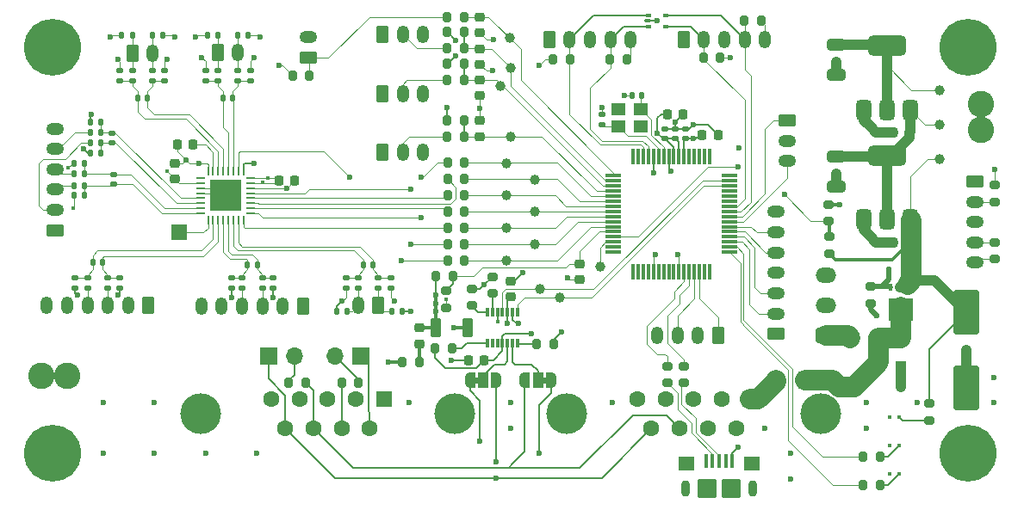
<source format=gbr>
%TF.GenerationSoftware,KiCad,Pcbnew,9.0.0*%
%TF.CreationDate,2025-07-15T20:23:25+12:00*%
%TF.ProjectId,ADC_Board,4144435f-426f-4617-9264-2e6b69636164,B*%
%TF.SameCoordinates,Original*%
%TF.FileFunction,Copper,L1,Top*%
%TF.FilePolarity,Positive*%
%FSLAX46Y46*%
G04 Gerber Fmt 4.6, Leading zero omitted, Abs format (unit mm)*
G04 Created by KiCad (PCBNEW 9.0.0) date 2025-07-15 20:23:25*
%MOMM*%
%LPD*%
G01*
G04 APERTURE LIST*
G04 Aperture macros list*
%AMRoundRect*
0 Rectangle with rounded corners*
0 $1 Rounding radius*
0 $2 $3 $4 $5 $6 $7 $8 $9 X,Y pos of 4 corners*
0 Add a 4 corners polygon primitive as box body*
4,1,4,$2,$3,$4,$5,$6,$7,$8,$9,$2,$3,0*
0 Add four circle primitives for the rounded corners*
1,1,$1+$1,$2,$3*
1,1,$1+$1,$4,$5*
1,1,$1+$1,$6,$7*
1,1,$1+$1,$8,$9*
0 Add four rect primitives between the rounded corners*
20,1,$1+$1,$2,$3,$4,$5,0*
20,1,$1+$1,$4,$5,$6,$7,0*
20,1,$1+$1,$6,$7,$8,$9,0*
20,1,$1+$1,$8,$9,$2,$3,0*%
%AMFreePoly0*
4,1,23,0.550000,-0.750000,0.000000,-0.750000,0.000000,-0.745722,-0.065263,-0.745722,-0.191342,-0.711940,-0.304381,-0.646677,-0.396677,-0.554381,-0.461940,-0.441342,-0.495722,-0.315263,-0.495722,-0.250000,-0.500000,-0.250000,-0.500000,0.250000,-0.495722,0.250000,-0.495722,0.315263,-0.461940,0.441342,-0.396677,0.554381,-0.304381,0.646677,-0.191342,0.711940,-0.065263,0.745722,0.000000,0.745722,
0.000000,0.750000,0.550000,0.750000,0.550000,-0.750000,0.550000,-0.750000,$1*%
%AMFreePoly1*
4,1,23,0.000000,0.745722,0.065263,0.745722,0.191342,0.711940,0.304381,0.646677,0.396677,0.554381,0.461940,0.441342,0.495722,0.315263,0.495722,0.250000,0.500000,0.250000,0.500000,-0.250000,0.495722,-0.250000,0.495722,-0.315263,0.461940,-0.441342,0.396677,-0.554381,0.304381,-0.646677,0.191342,-0.711940,0.065263,-0.745722,0.000000,-0.745722,0.000000,-0.750000,-0.550000,-0.750000,
-0.550000,0.750000,0.000000,0.750000,0.000000,0.745722,0.000000,0.745722,$1*%
%AMFreePoly2*
4,1,17,1.395000,0.765000,0.855000,0.765000,0.855000,0.535000,1.395000,0.535000,1.395000,0.115000,0.855000,0.115000,0.855000,-0.115000,1.395000,-0.115000,1.395000,-0.535000,0.855000,-0.535000,0.855000,-0.765000,1.395000,-0.765000,1.395000,-1.185000,-0.855000,-1.185000,-0.855000,1.185000,1.395000,1.185000,1.395000,0.765000,1.395000,0.765000,$1*%
G04 Aperture macros list end*
%TA.AperFunction,EtchedComponent*%
%ADD10C,0.000000*%
%TD*%
%TA.AperFunction,SMDPad,CuDef*%
%ADD11RoundRect,0.062500X0.062500X-0.375000X0.062500X0.375000X-0.062500X0.375000X-0.062500X-0.375000X0*%
%TD*%
%TA.AperFunction,SMDPad,CuDef*%
%ADD12RoundRect,0.062500X0.375000X-0.062500X0.375000X0.062500X-0.375000X0.062500X-0.375000X-0.062500X0*%
%TD*%
%TA.AperFunction,HeatsinkPad*%
%ADD13R,3.100000X3.100000*%
%TD*%
%TA.AperFunction,SMDPad,CuDef*%
%ADD14RoundRect,0.200000X0.275000X-0.200000X0.275000X0.200000X-0.275000X0.200000X-0.275000X-0.200000X0*%
%TD*%
%TA.AperFunction,SMDPad,CuDef*%
%ADD15RoundRect,0.200000X-0.200000X-0.275000X0.200000X-0.275000X0.200000X0.275000X-0.200000X0.275000X0*%
%TD*%
%TA.AperFunction,SMDPad,CuDef*%
%ADD16RoundRect,0.225000X-0.250000X0.225000X-0.250000X-0.225000X0.250000X-0.225000X0.250000X0.225000X0*%
%TD*%
%TA.AperFunction,SMDPad,CuDef*%
%ADD17RoundRect,0.140000X0.170000X-0.140000X0.170000X0.140000X-0.170000X0.140000X-0.170000X-0.140000X0*%
%TD*%
%TA.AperFunction,SMDPad,CuDef*%
%ADD18RoundRect,0.250000X0.275000X0.700000X-0.275000X0.700000X-0.275000X-0.700000X0.275000X-0.700000X0*%
%TD*%
%TA.AperFunction,ComponentPad*%
%ADD19RoundRect,0.250000X-0.625000X0.350000X-0.625000X-0.350000X0.625000X-0.350000X0.625000X0.350000X0*%
%TD*%
%TA.AperFunction,ComponentPad*%
%ADD20O,1.750000X1.200000*%
%TD*%
%TA.AperFunction,SMDPad,CuDef*%
%ADD21C,1.000000*%
%TD*%
%TA.AperFunction,SMDPad,CuDef*%
%ADD22RoundRect,0.140000X-0.170000X0.140000X-0.170000X-0.140000X0.170000X-0.140000X0.170000X0.140000X0*%
%TD*%
%TA.AperFunction,ComponentPad*%
%ADD23C,3.600000*%
%TD*%
%TA.AperFunction,ConnectorPad*%
%ADD24C,5.600000*%
%TD*%
%TA.AperFunction,SMDPad,CuDef*%
%ADD25RoundRect,0.135000X-0.185000X0.135000X-0.185000X-0.135000X0.185000X-0.135000X0.185000X0.135000X0*%
%TD*%
%TA.AperFunction,SMDPad,CuDef*%
%ADD26RoundRect,0.135000X0.135000X0.185000X-0.135000X0.185000X-0.135000X-0.185000X0.135000X-0.185000X0*%
%TD*%
%TA.AperFunction,SMDPad,CuDef*%
%ADD27RoundRect,0.135000X-0.135000X-0.185000X0.135000X-0.185000X0.135000X0.185000X-0.135000X0.185000X0*%
%TD*%
%TA.AperFunction,ComponentPad*%
%ADD28R,1.700000X1.700000*%
%TD*%
%TA.AperFunction,ComponentPad*%
%ADD29O,1.700000X1.700000*%
%TD*%
%TA.AperFunction,SMDPad,CuDef*%
%ADD30RoundRect,0.200000X-0.275000X0.200000X-0.275000X-0.200000X0.275000X-0.200000X0.275000X0.200000X0*%
%TD*%
%TA.AperFunction,SMDPad,CuDef*%
%ADD31RoundRect,0.140000X0.140000X0.170000X-0.140000X0.170000X-0.140000X-0.170000X0.140000X-0.170000X0*%
%TD*%
%TA.AperFunction,SMDPad,CuDef*%
%ADD32FreePoly0,0.000000*%
%TD*%
%TA.AperFunction,SMDPad,CuDef*%
%ADD33R,1.000000X1.500000*%
%TD*%
%TA.AperFunction,SMDPad,CuDef*%
%ADD34FreePoly1,0.000000*%
%TD*%
%TA.AperFunction,SMDPad,CuDef*%
%ADD35RoundRect,0.200000X0.200000X0.275000X-0.200000X0.275000X-0.200000X-0.275000X0.200000X-0.275000X0*%
%TD*%
%TA.AperFunction,ComponentPad*%
%ADD36C,2.600000*%
%TD*%
%TA.AperFunction,SMDPad,CuDef*%
%ADD37RoundRect,0.125000X0.125000X0.125000X-0.125000X0.125000X-0.125000X-0.125000X0.125000X-0.125000X0*%
%TD*%
%TA.AperFunction,SMDPad,CuDef*%
%ADD38RoundRect,0.225000X-0.225000X-0.250000X0.225000X-0.250000X0.225000X0.250000X-0.225000X0.250000X0*%
%TD*%
%TA.AperFunction,SMDPad,CuDef*%
%ADD39RoundRect,0.135000X0.185000X-0.135000X0.185000X0.135000X-0.185000X0.135000X-0.185000X-0.135000X0*%
%TD*%
%TA.AperFunction,ComponentPad*%
%ADD40RoundRect,0.250000X0.625000X-0.350000X0.625000X0.350000X-0.625000X0.350000X-0.625000X-0.350000X0*%
%TD*%
%TA.AperFunction,SMDPad,CuDef*%
%ADD41RoundRect,0.225000X0.250000X-0.225000X0.250000X0.225000X-0.250000X0.225000X-0.250000X-0.225000X0*%
%TD*%
%TA.AperFunction,SMDPad,CuDef*%
%ADD42RoundRect,0.225000X0.225000X0.250000X-0.225000X0.250000X-0.225000X-0.250000X0.225000X-0.250000X0*%
%TD*%
%TA.AperFunction,SMDPad,CuDef*%
%ADD43R,1.500000X1.500000*%
%TD*%
%TA.AperFunction,SMDPad,CuDef*%
%ADD44RoundRect,0.095000X-0.155000X-0.095000X0.155000X-0.095000X0.155000X0.095000X-0.155000X0.095000X0*%
%TD*%
%TA.AperFunction,SMDPad,CuDef*%
%ADD45RoundRect,0.075000X-0.250000X-0.075000X0.250000X-0.075000X0.250000X0.075000X-0.250000X0.075000X0*%
%TD*%
%TA.AperFunction,SMDPad,CuDef*%
%ADD46FreePoly0,180.000000*%
%TD*%
%TA.AperFunction,SMDPad,CuDef*%
%ADD47FreePoly1,180.000000*%
%TD*%
%TA.AperFunction,SMDPad,CuDef*%
%ADD48R,0.304800X0.972299*%
%TD*%
%TA.AperFunction,SMDPad,CuDef*%
%ADD49RoundRect,0.140000X-0.140000X-0.170000X0.140000X-0.170000X0.140000X0.170000X-0.140000X0.170000X0*%
%TD*%
%TA.AperFunction,SMDPad,CuDef*%
%ADD50RoundRect,0.250000X-0.650000X0.325000X-0.650000X-0.325000X0.650000X-0.325000X0.650000X0.325000X0*%
%TD*%
%TA.AperFunction,SMDPad,CuDef*%
%ADD51RoundRect,0.375000X0.375000X-0.625000X0.375000X0.625000X-0.375000X0.625000X-0.375000X-0.625000X0*%
%TD*%
%TA.AperFunction,SMDPad,CuDef*%
%ADD52RoundRect,0.500000X1.400000X-0.500000X1.400000X0.500000X-1.400000X0.500000X-1.400000X-0.500000X0*%
%TD*%
%TA.AperFunction,ComponentPad*%
%ADD53RoundRect,0.250000X0.350000X0.625000X-0.350000X0.625000X-0.350000X-0.625000X0.350000X-0.625000X0*%
%TD*%
%TA.AperFunction,ComponentPad*%
%ADD54O,1.200000X1.750000*%
%TD*%
%TA.AperFunction,SMDPad,CuDef*%
%ADD55RoundRect,0.250000X-1.000000X1.950000X-1.000000X-1.950000X1.000000X-1.950000X1.000000X1.950000X0*%
%TD*%
%TA.AperFunction,SMDPad,CuDef*%
%ADD56RoundRect,0.250000X0.375000X0.625000X-0.375000X0.625000X-0.375000X-0.625000X0.375000X-0.625000X0*%
%TD*%
%TA.AperFunction,SMDPad,CuDef*%
%ADD57RoundRect,0.075000X-0.075000X0.700000X-0.075000X-0.700000X0.075000X-0.700000X0.075000X0.700000X0*%
%TD*%
%TA.AperFunction,SMDPad,CuDef*%
%ADD58RoundRect,0.075000X-0.700000X0.075000X-0.700000X-0.075000X0.700000X-0.075000X0.700000X0.075000X0*%
%TD*%
%TA.AperFunction,SMDPad,CuDef*%
%ADD59RoundRect,0.105000X-0.105000X0.245000X-0.105000X-0.245000X0.105000X-0.245000X0.105000X0.245000X0*%
%TD*%
%TA.AperFunction,SMDPad,CuDef*%
%ADD60FreePoly2,270.000000*%
%TD*%
%TA.AperFunction,SMDPad,CuDef*%
%ADD61RoundRect,0.250000X-0.375000X-0.625000X0.375000X-0.625000X0.375000X0.625000X-0.375000X0.625000X0*%
%TD*%
%TA.AperFunction,SMDPad,CuDef*%
%ADD62R,1.400000X1.200000*%
%TD*%
%TA.AperFunction,SMDPad,CuDef*%
%ADD63RoundRect,0.250000X0.300000X-0.300000X0.300000X0.300000X-0.300000X0.300000X-0.300000X-0.300000X0*%
%TD*%
%TA.AperFunction,SMDPad,CuDef*%
%ADD64RoundRect,0.100000X-0.100000X-0.575000X0.100000X-0.575000X0.100000X0.575000X-0.100000X0.575000X0*%
%TD*%
%TA.AperFunction,HeatsinkPad*%
%ADD65O,0.900000X1.600000*%
%TD*%
%TA.AperFunction,SMDPad,CuDef*%
%ADD66RoundRect,0.250000X-0.550000X-0.450000X0.550000X-0.450000X0.550000X0.450000X-0.550000X0.450000X0*%
%TD*%
%TA.AperFunction,SMDPad,CuDef*%
%ADD67RoundRect,0.250000X-0.700000X-0.700000X0.700000X-0.700000X0.700000X0.700000X-0.700000X0.700000X0*%
%TD*%
%TA.AperFunction,ComponentPad*%
%ADD68RoundRect,0.250000X-0.350000X-0.625000X0.350000X-0.625000X0.350000X0.625000X-0.350000X0.625000X0*%
%TD*%
%TA.AperFunction,ComponentPad*%
%ADD69RoundRect,0.250001X0.759999X-0.499999X0.759999X0.499999X-0.759999X0.499999X-0.759999X-0.499999X0*%
%TD*%
%TA.AperFunction,ComponentPad*%
%ADD70O,2.020000X1.500000*%
%TD*%
%TA.AperFunction,ComponentPad*%
%ADD71C,4.000000*%
%TD*%
%TA.AperFunction,ComponentPad*%
%ADD72R,1.600000X1.600000*%
%TD*%
%TA.AperFunction,ComponentPad*%
%ADD73C,1.600000*%
%TD*%
%TA.AperFunction,ViaPad*%
%ADD74C,0.600000*%
%TD*%
%TA.AperFunction,ViaPad*%
%ADD75C,0.450000*%
%TD*%
%TA.AperFunction,ViaPad*%
%ADD76C,1.000000*%
%TD*%
%TA.AperFunction,Conductor*%
%ADD77C,0.100000*%
%TD*%
%TA.AperFunction,Conductor*%
%ADD78C,0.200000*%
%TD*%
%TA.AperFunction,Conductor*%
%ADD79C,1.000000*%
%TD*%
%TA.AperFunction,Conductor*%
%ADD80C,0.300000*%
%TD*%
%TA.AperFunction,Conductor*%
%ADD81C,0.500000*%
%TD*%
%TA.AperFunction,Conductor*%
%ADD82C,2.000000*%
%TD*%
G04 APERTURE END LIST*
D10*
%TA.AperFunction,EtchedComponent*%
%TO.C,JP2*%
G36*
X136900000Y-108100000D02*
G01*
X136400000Y-108100000D01*
X136400000Y-107500000D01*
X136900000Y-107500000D01*
X136900000Y-108100000D01*
G37*
%TD.AperFunction*%
%TA.AperFunction,EtchedComponent*%
%TO.C,JP1*%
G36*
X143600000Y-108100000D02*
G01*
X143100000Y-108100000D01*
X143100000Y-107500000D01*
X143600000Y-107500000D01*
X143600000Y-108100000D01*
G37*
%TD.AperFunction*%
%TD*%
D11*
%TO.P,U5,1,AINCOM*%
%TO.N,Net-(U5-AINCOM)*%
X110250000Y-92037500D03*
%TO.P,U5,2,AIN5*%
%TO.N,Net-(U5-AIN5)*%
X110750000Y-92037500D03*
%TO.P,U5,3,AIN4*%
%TO.N,Net-(U5-AIN4)*%
X111250000Y-92037500D03*
%TO.P,U5,4,AIN3*%
%TO.N,Net-(U5-AIN3)*%
X111750000Y-92037500D03*
%TO.P,U5,5,AIN2*%
%TO.N,Net-(U5-AIN2)*%
X112250000Y-92037500D03*
%TO.P,U5,6,AIN1*%
%TO.N,Net-(U5-AIN1)*%
X112750000Y-92037500D03*
%TO.P,U5,7,AIN0*%
%TO.N,Net-(U5-AIN0)*%
X113250000Y-92037500D03*
%TO.P,U5,8,START_SYNC*%
%TO.N,Net-(U5-START_SYNC)*%
X113750000Y-92037500D03*
D12*
%TO.P,U5,9,CS_N*%
%TO.N,Net-(U5-CS_N)*%
X114437500Y-91350000D03*
%TO.P,U5,10,DIN*%
%TO.N,Net-(U5-DIN)*%
X114437500Y-90850000D03*
%TO.P,U5,11,SCLK*%
%TO.N,Net-(U5-SCLK)*%
X114437500Y-90350000D03*
%TO.P,U5,12,DOUT_DRDY_N*%
%TO.N,Net-(U5-DOUT_DRDY_N)*%
X114437500Y-89850000D03*
%TO.P,U5,13,DRDY_N*%
%TO.N,Net-(U5-DRDY_N)*%
X114437500Y-89350000D03*
%TO.P,U5,14,DGND*%
%TO.N,GND*%
X114437500Y-88850000D03*
%TO.P,U5,15,IOVDD*%
%TO.N,+3V3*%
X114437500Y-88350000D03*
%TO.P,U5,16,DVDD*%
X114437500Y-87850000D03*
D11*
%TO.P,U5,17,CLK*%
%TO.N,GND*%
X113750000Y-87162500D03*
%TO.P,U5,18,RESET_N*%
%TO.N,Net-(U5-RESET_N)*%
X113250000Y-87162500D03*
%TO.P,U5,19,GPIO3_AIN11*%
%TO.N,Net-(U5-GPIO3_AIN11)*%
X112750000Y-87162500D03*
%TO.P,U5,20,GPIO2_AIN10*%
%TO.N,Net-(U5-GPIO2_AIN10)*%
X112250000Y-87162500D03*
%TO.P,U5,21,GPIO1_AIN9*%
%TO.N,Net-(U5-GPIO1_AIN9)*%
X111750000Y-87162500D03*
%TO.P,U5,22,GPIO0_AIN8*%
%TO.N,Net-(U5-GPIO0_AIN8)*%
X111250000Y-87162500D03*
%TO.P,U5,23,REFOUT*%
%TO.N,Net-(U5-REFOUT)*%
X110750000Y-87162500D03*
%TO.P,U5,24,REFCOM*%
%TO.N,GND*%
X110250000Y-87162500D03*
D12*
%TO.P,U5,25,NC*%
%TO.N,unconnected-(U5-NC-Pad25)*%
X109562500Y-87850000D03*
%TO.P,U5,26,AVDD*%
%TO.N,+5VA*%
X109562500Y-88350000D03*
%TO.P,U5,27,AVSS*%
%TO.N,GND*%
X109562500Y-88850000D03*
%TO.P,U5,28,AVSS*%
X109562500Y-89350000D03*
%TO.P,U5,29,REFN0*%
%TO.N,Net-(U5-REFN0)*%
X109562500Y-89850000D03*
%TO.P,U5,30,REFP0*%
%TO.N,Net-(U5-REFP0)*%
X109562500Y-90350000D03*
%TO.P,U5,31,REFN1_AIN7*%
%TO.N,Net-(U5-REFN1_AIN7)*%
X109562500Y-90850000D03*
%TO.P,U5,32,REFP1_AIN6*%
%TO.N,Net-(U5-REFP1_AIN6)*%
X109562500Y-91350000D03*
D13*
%TO.P,U5,33,PAD*%
%TO.N,GND*%
X112000000Y-89600000D03*
%TD*%
D14*
%TO.P,R61,1*%
%TO.N,GND*%
X133700000Y-100625000D03*
%TO.P,R61,2*%
%TO.N,/5VREF*%
X133700000Y-98975000D03*
%TD*%
D15*
%TO.P,R60,1*%
%TO.N,+5VA*%
X132675000Y-97500000D03*
%TO.P,R60,2*%
%TO.N,/5VREF*%
X134325000Y-97500000D03*
%TD*%
%TO.P,R59,1*%
%TO.N,GND*%
X133775000Y-73500000D03*
%TO.P,R59,2*%
%TO.N,/MIPA_A A1*%
X135425000Y-73500000D03*
%TD*%
%TO.P,R58,1*%
%TO.N,GND*%
X133775000Y-76600000D03*
%TO.P,R58,2*%
%TO.N,/MIPA_B A2*%
X135425000Y-76600000D03*
%TD*%
%TO.P,R57,1*%
%TO.N,GND*%
X133775000Y-82200000D03*
%TO.P,R57,2*%
%TO.N,/MIPA_C A3*%
X135425000Y-82200000D03*
%TD*%
D16*
%TO.P,C44,1*%
%TO.N,/5VREF*%
X146800000Y-96325000D03*
%TO.P,C44,2*%
%TO.N,GND*%
X146800000Y-97875000D03*
%TD*%
D17*
%TO.P,C1,1*%
%TO.N,+3V3*%
X155200000Y-84000000D03*
%TO.P,C1,2*%
%TO.N,GND*%
X155200000Y-83040000D03*
%TD*%
D18*
%TO.P,FB1,1*%
%TO.N,+5V*%
X135775000Y-102600000D03*
%TO.P,FB1,2*%
%TO.N,+5VA*%
X132625000Y-102600000D03*
%TD*%
D16*
%TO.P,C43,1*%
%TO.N,/CJT A0*%
X137000000Y-72025000D03*
%TO.P,C43,2*%
%TO.N,GND*%
X137000000Y-73575000D03*
%TD*%
D19*
%TO.P,J2,1,Pin_1*%
%TO.N,/UART2_RX*%
X167150000Y-82200000D03*
D20*
%TO.P,J2,2,Pin_2*%
%TO.N,GND*%
X167150000Y-84200000D03*
%TO.P,J2,3,Pin_3*%
%TO.N,/UART2_TX*%
X167150000Y-86200000D03*
%TD*%
D21*
%TO.P,TP10,1,1*%
%TO.N,/SPI_MISO*%
X139600000Y-89600000D03*
%TD*%
D16*
%TO.P,C32,1*%
%TO.N,/MIPA_B A2*%
X137000000Y-78225000D03*
%TO.P,C32,2*%
%TO.N,GND*%
X137000000Y-79775000D03*
%TD*%
D22*
%TO.P,C33,1*%
%TO.N,Net-(U5-AIN0)*%
X128200000Y-97720000D03*
%TO.P,C33,2*%
%TO.N,GND*%
X128200000Y-98680000D03*
%TD*%
D17*
%TO.P,C37,1*%
%TO.N,Net-(U5-GPIO0_AIN8)*%
X101600000Y-78280000D03*
%TO.P,C37,2*%
%TO.N,GND*%
X101600000Y-77320000D03*
%TD*%
D23*
%TO.P,H4,1,1*%
%TO.N,GND*%
X185000000Y-115000000D03*
D24*
X185000000Y-115000000D03*
%TD*%
D17*
%TO.P,C35,1*%
%TO.N,GND*%
X123800000Y-98680000D03*
%TO.P,C35,2*%
%TO.N,Net-(U5-AIN1)*%
X123800000Y-97720000D03*
%TD*%
D25*
%TO.P,R38,1*%
%TO.N,Net-(U5-AIN1)*%
X125000000Y-97690000D03*
%TO.P,R38,2*%
%TO.N,Net-(J18-Pin_2)*%
X125000000Y-98710000D03*
%TD*%
D26*
%TO.P,R39,1*%
%TO.N,Net-(J18-Pin_2)*%
X123910000Y-101000000D03*
%TO.P,R39,2*%
%TO.N,GND*%
X122890000Y-101000000D03*
%TD*%
D17*
%TO.P,C31,1*%
%TO.N,GND*%
X97200000Y-98680000D03*
%TO.P,C31,2*%
%TO.N,Net-(U5-AIN5)*%
X97200000Y-97720000D03*
%TD*%
D27*
%TO.P,R41,1*%
%TO.N,+5VA*%
X101780000Y-73800000D03*
%TO.P,R41,2*%
%TO.N,Net-(J20-Pin_1)*%
X102800000Y-73800000D03*
%TD*%
D28*
%TO.P,J8,1,Pin_1*%
%TO.N,/CANH1*%
X125275000Y-105400000D03*
D29*
%TO.P,J8,2,Pin_2*%
%TO.N,Net-(J8-Pin_2)*%
X122735000Y-105400000D03*
%TD*%
D15*
%TO.P,R35,1*%
%TO.N,Net-(J17-Pin_2)*%
X133775000Y-78200000D03*
%TO.P,R35,2*%
%TO.N,/MIPA_B A2*%
X135425000Y-78200000D03*
%TD*%
D16*
%TO.P,C28,1*%
%TO.N,/MIPA_A A1*%
X137000000Y-75150000D03*
%TO.P,C28,2*%
%TO.N,GND*%
X137000000Y-76700000D03*
%TD*%
D22*
%TO.P,C25,1*%
%TO.N,Net-(U5-AIN2)*%
X116600000Y-97720000D03*
%TO.P,C25,2*%
%TO.N,GND*%
X116600000Y-98680000D03*
%TD*%
D30*
%TO.P,R13,1*%
%TO.N,+7V4*%
X181200000Y-110075000D03*
%TO.P,R13,2*%
%TO.N,Net-(D5-A)*%
X181200000Y-111725000D03*
%TD*%
D31*
%TO.P,C30,1*%
%TO.N,Net-(U5-AIN4)*%
X99880000Y-96200000D03*
%TO.P,C30,2*%
%TO.N,Net-(U5-AIN5)*%
X98920000Y-96200000D03*
%TD*%
%TO.P,C6,1*%
%TO.N,Net-(U1-PF0)*%
X152880000Y-79700000D03*
%TO.P,C6,2*%
%TO.N,GND*%
X151920000Y-79700000D03*
%TD*%
D14*
%TO.P,R12,1*%
%TO.N,+7V4*%
X171300000Y-95312500D03*
%TO.P,R12,2*%
%TO.N,/2S+ A10*%
X171300000Y-93662500D03*
%TD*%
D21*
%TO.P,TP16,1,1*%
%TO.N,+7V4*%
X182200000Y-86000000D03*
%TD*%
D15*
%TO.P,R29,1*%
%TO.N,Net-(J15-Pin_2)*%
X133775000Y-75100000D03*
%TO.P,R29,2*%
%TO.N,/MIPA_A A1*%
X135425000Y-75100000D03*
%TD*%
D16*
%TO.P,C15,1*%
%TO.N,+5VA*%
X131000000Y-102625000D03*
%TO.P,C15,2*%
%TO.N,Net-(C15-Pad2)*%
X131000000Y-104175000D03*
%TD*%
D15*
%TO.P,R40,1*%
%TO.N,Net-(J19-Pin_2)*%
X133775000Y-83800000D03*
%TO.P,R40,2*%
%TO.N,/MIPA_C A3*%
X135425000Y-83800000D03*
%TD*%
D21*
%TO.P,TP2,1,1*%
%TO.N,/~{ADC_RDY}*%
X142400000Y-94400000D03*
%TD*%
%TO.P,TP18,1,1*%
%TO.N,+3V3*%
X182200000Y-79200000D03*
%TD*%
D32*
%TO.P,JP2,1,A*%
%TO.N,/CANL1*%
X136000000Y-107800000D03*
D33*
%TO.P,JP2,2,C*%
%TO.N,/CANL*%
X137300000Y-107800000D03*
D34*
%TO.P,JP2,3,B*%
%TO.N,/CANL2*%
X138600000Y-107800000D03*
%TD*%
D26*
%TO.P,R19,1*%
%TO.N,Net-(U5-REFP0)*%
X99710000Y-84400000D03*
%TO.P,R19,2*%
%TO.N,/Analog Domain/LC_A_SENSE+*%
X98690000Y-84400000D03*
%TD*%
D35*
%TO.P,R32,1*%
%TO.N,/SPI_SD_CS*%
X135454319Y-86380518D03*
%TO.P,R32,2*%
%TO.N,Net-(U5-CS_N)*%
X133804319Y-86380518D03*
%TD*%
D14*
%TO.P,R17,1*%
%TO.N,/2S+ A10*%
X171275000Y-92112500D03*
%TO.P,R17,2*%
%TO.N,GND*%
X171275000Y-90462500D03*
%TD*%
D25*
%TO.P,R34,1*%
%TO.N,Net-(U5-AIN5)*%
X98400000Y-97690000D03*
%TO.P,R34,2*%
%TO.N,/Analog Domain/LC_C_SIG-*%
X98400000Y-98710000D03*
%TD*%
D17*
%TO.P,C2,1*%
%TO.N,+3V3*%
X156200000Y-84000000D03*
%TO.P,C2,2*%
%TO.N,GND*%
X156200000Y-83040000D03*
%TD*%
D35*
%TO.P,R26,1*%
%TO.N,/SPI_MISO*%
X135454319Y-89580518D03*
%TO.P,R26,2*%
%TO.N,Net-(U5-DOUT_DRDY_N)*%
X133804319Y-89580518D03*
%TD*%
D26*
%TO.P,R21,1*%
%TO.N,Net-(U5-REFP1_AIN6)*%
X98110000Y-88600000D03*
%TO.P,R21,2*%
%TO.N,/Analog Domain/LC_A_SIG+*%
X97090000Y-88600000D03*
%TD*%
D36*
%TO.P,TP19,1,1*%
%TO.N,GND*%
X93830000Y-107300000D03*
X96370000Y-107300000D03*
%TD*%
D28*
%TO.P,J9,1,Pin_1*%
%TO.N,/CANL2*%
X116200000Y-105400000D03*
D29*
%TO.P,J9,2,Pin_2*%
%TO.N,Net-(J9-Pin_2)*%
X118740000Y-105400000D03*
%TD*%
D35*
%TO.P,R52,1*%
%TO.N,+3V3*%
X164625000Y-72400000D03*
%TO.P,R52,2*%
%TO.N,/I2C2_SCL*%
X162975000Y-72400000D03*
%TD*%
D37*
%TO.P,D3,1,K*%
%TO.N,+7V4*%
X179400000Y-96800000D03*
%TO.P,D3,2,A*%
%TO.N,Net-(D3-A)*%
X177200000Y-96800000D03*
%TD*%
D21*
%TO.P,TP8,1,1*%
%TO.N,/SPI_SD_CS*%
X139600000Y-86400000D03*
%TD*%
D31*
%TO.P,C18,1*%
%TO.N,Net-(U5-REFP0)*%
X99680000Y-85400000D03*
%TO.P,C18,2*%
%TO.N,GND*%
X98720000Y-85400000D03*
%TD*%
D17*
%TO.P,C20,1*%
%TO.N,Net-(U5-REFP0)*%
X100800000Y-84380000D03*
%TO.P,C20,2*%
%TO.N,Net-(U5-REFN0)*%
X100800000Y-83420000D03*
%TD*%
D22*
%TO.P,C42,1*%
%TO.N,GND*%
X114400000Y-77300000D03*
%TO.P,C42,2*%
%TO.N,Net-(U5-GPIO3_AIN11)*%
X114400000Y-78260000D03*
%TD*%
D26*
%TO.P,R23,1*%
%TO.N,Net-(U5-REFN1_AIN7)*%
X98110000Y-87400000D03*
%TO.P,R23,2*%
%TO.N,/Analog Domain/LC_A_SIG-*%
X97090000Y-87400000D03*
%TD*%
D38*
%TO.P,C4,1*%
%TO.N,+3V3*%
X158825000Y-83600000D03*
%TO.P,C4,2*%
%TO.N,GND*%
X160375000Y-83600000D03*
%TD*%
D35*
%TO.P,R22,1*%
%TO.N,/~{ADC_RST}*%
X135454319Y-95980518D03*
%TO.P,R22,2*%
%TO.N,Net-(U5-RESET_N)*%
X133804319Y-95980518D03*
%TD*%
%TO.P,R33,1*%
%TO.N,/SYNC*%
X135454319Y-92780518D03*
%TO.P,R33,2*%
%TO.N,Net-(U5-START_SYNC)*%
X133804319Y-92780518D03*
%TD*%
D21*
%TO.P,TP1,1,1*%
%TO.N,/SYNC*%
X139600000Y-92800000D03*
%TD*%
D39*
%TO.P,R42,1*%
%TO.N,Net-(U5-GPIO0_AIN8)*%
X102800000Y-78310000D03*
%TO.P,R42,2*%
%TO.N,Net-(J20-Pin_1)*%
X102800000Y-77290000D03*
%TD*%
D36*
%TO.P,TP20,1,1*%
%TO.N,GND*%
X186200000Y-83140000D03*
X186200000Y-80600000D03*
%TD*%
D21*
%TO.P,TP17,1,1*%
%TO.N,+5V*%
X182200000Y-82600000D03*
%TD*%
D30*
%TO.P,R5,1*%
%TO.N,Net-(U1-PA10{slash}PA12)*%
X157000000Y-106375000D03*
%TO.P,R5,2*%
%TO.N,/USB_D+*%
X157000000Y-108025000D03*
%TD*%
D21*
%TO.P,TP15,1,1*%
%TO.N,/A11*%
X148800000Y-96600000D03*
%TD*%
%TO.P,TP5,1,1*%
%TO.N,/MIPA_A A1*%
X140000000Y-77000000D03*
%TD*%
D30*
%TO.P,R10,1*%
%TO.N,+3V3*%
X136200000Y-98775000D03*
%TO.P,R10,2*%
%TO.N,Net-(U2-RXD2)*%
X136200000Y-100425000D03*
%TD*%
D25*
%TO.P,R37,1*%
%TO.N,Net-(U5-AIN0)*%
X127000000Y-97690000D03*
%TO.P,R37,2*%
%TO.N,Net-(J18-Pin_1)*%
X127000000Y-98710000D03*
%TD*%
D21*
%TO.P,TP4,1,1*%
%TO.N,/CJT A0*%
X139900000Y-74100000D03*
%TD*%
D38*
%TO.P,C3,1*%
%TO.N,+3V3*%
X155425000Y-81600000D03*
%TO.P,C3,2*%
%TO.N,GND*%
X156975000Y-81600000D03*
%TD*%
D40*
%TO.P,J3,1,Pin_1*%
%TO.N,GND*%
X166050000Y-103200000D03*
D20*
%TO.P,J3,2,Pin_2*%
%TO.N,/E1*%
X166050000Y-101200000D03*
%TO.P,J3,3,Pin_3*%
%TO.N,/E2*%
X166050000Y-99200000D03*
%TO.P,J3,4,Pin_4*%
%TO.N,+3V3*%
X166050000Y-97200000D03*
%TO.P,J3,5,Pin_5*%
%TO.N,/E3*%
X166050000Y-95200000D03*
%TO.P,J3,6,Pin_6*%
%TO.N,/E4*%
X166050000Y-93200000D03*
%TO.P,J3,7,Pin_7*%
%TO.N,GND*%
X166050000Y-91200000D03*
%TD*%
D22*
%TO.P,C39,1*%
%TO.N,GND*%
X106000000Y-77320000D03*
%TO.P,C39,2*%
%TO.N,Net-(U5-GPIO1_AIN9)*%
X106000000Y-78280000D03*
%TD*%
D21*
%TO.P,TP11,1,1*%
%TO.N,/SPI_MOSI*%
X142400000Y-91200000D03*
%TD*%
D17*
%TO.P,C7,1*%
%TO.N,Net-(U1-PF1)*%
X149000000Y-82580000D03*
%TO.P,C7,2*%
%TO.N,GND*%
X149000000Y-81620000D03*
%TD*%
D41*
%TO.P,C9,1*%
%TO.N,+5V*%
X140000000Y-99575000D03*
%TO.P,C9,2*%
%TO.N,GND*%
X140000000Y-98025000D03*
%TD*%
D42*
%TO.P,C13,1*%
%TO.N,+7V4*%
X179175000Y-94200000D03*
%TO.P,C13,2*%
%TO.N,GND*%
X177625000Y-94200000D03*
%TD*%
D43*
%TO.P,TP29,1,1*%
%TO.N,Net-(U5-AINCOM)*%
X107400000Y-93200000D03*
%TD*%
D35*
%TO.P,R11,1*%
%TO.N,Net-(U2-STB2)*%
X134225000Y-104600000D03*
%TO.P,R11,2*%
%TO.N,+3V3*%
X132575000Y-104600000D03*
%TD*%
D44*
%TO.P,D2,1,K1*%
%TO.N,/I2C3_SDA*%
X153550000Y-71860000D03*
D45*
%TO.P,D2,2,A*%
%TO.N,GND*%
X153470000Y-72400000D03*
D44*
%TO.P,D2,3,K2*%
%TO.N,/I2C3_SCL*%
X153550000Y-72940000D03*
%TO.P,D2,4,K3*%
%TO.N,/I2C2_SDA*%
X155250000Y-72940000D03*
%TO.P,D2,5,K4*%
%TO.N,/I2C2_SCL*%
X155250000Y-71860000D03*
%TD*%
D23*
%TO.P,H3,1,1*%
%TO.N,GND*%
X95000000Y-115000000D03*
D24*
X95000000Y-115000000D03*
%TD*%
D17*
%TO.P,C5,1*%
%TO.N,+3V3*%
X157200000Y-84000000D03*
%TO.P,C5,2*%
%TO.N,GND*%
X157200000Y-83040000D03*
%TD*%
D26*
%TO.P,R36,1*%
%TO.N,+5VA*%
X129310000Y-101000000D03*
%TO.P,R36,2*%
%TO.N,Net-(J18-Pin_1)*%
X128290000Y-101000000D03*
%TD*%
D46*
%TO.P,JP1,1,A*%
%TO.N,/CANH1*%
X144000000Y-107800000D03*
D33*
%TO.P,JP1,2,C*%
%TO.N,/CANH*%
X142700000Y-107800000D03*
D47*
%TO.P,JP1,3,B*%
%TO.N,/CANH2*%
X141400000Y-107800000D03*
%TD*%
D42*
%TO.P,C11,1*%
%TO.N,+5V*%
X179175000Y-83400000D03*
%TO.P,C11,2*%
%TO.N,GND*%
X177625000Y-83400000D03*
%TD*%
D27*
%TO.P,R44,1*%
%TO.N,Net-(J20-Pin_2)*%
X104800000Y-73800000D03*
%TO.P,R44,2*%
%TO.N,GND*%
X105820000Y-73800000D03*
%TD*%
D48*
%TO.P,U2,1,TXD1*%
%TO.N,/CAN1_RX*%
X140700378Y-101059749D03*
%TO.P,U2,2,GND*%
%TO.N,GND*%
X140200252Y-101059749D03*
%TO.P,U2,3,VCC*%
%TO.N,+5V*%
X139700126Y-101059749D03*
%TO.P,U2,4,RXD1*%
%TO.N,/CAN1_TX*%
X139200000Y-101059749D03*
%TO.P,U2,5,GND*%
%TO.N,GND*%
X138699874Y-101059749D03*
%TO.P,U2,6,TXD2*%
%TO.N,Net-(U2-TXD2)*%
X138199748Y-101059749D03*
%TO.P,U2,7,RXD2*%
%TO.N,Net-(U2-RXD2)*%
X137699622Y-101059749D03*
%TO.P,U2,8,STB2*%
%TO.N,Net-(U2-STB2)*%
X137699622Y-104140251D03*
%TO.P,U2,9,CANL2*%
%TO.N,unconnected-(U2-CANL2-Pad9)*%
X138199748Y-104140251D03*
%TO.P,U2,10,CANH2*%
%TO.N,unconnected-(U2-CANH2-Pad10)*%
X138699874Y-104140251D03*
%TO.P,U2,11,VIO*%
%TO.N,+3V3*%
X139200000Y-104140251D03*
%TO.P,U2,12,CANL1*%
%TO.N,/CANL*%
X139700126Y-104140251D03*
%TO.P,U2,13,CANH1*%
%TO.N,/CANH*%
X140200252Y-104140251D03*
%TO.P,U2,14,STB1*%
%TO.N,Net-(U2-STB1)*%
X140700378Y-104140251D03*
%TD*%
D49*
%TO.P,C24,1*%
%TO.N,GND*%
X97120000Y-86400000D03*
%TO.P,C24,2*%
%TO.N,Net-(U5-REFN1_AIN7)*%
X98080000Y-86400000D03*
%TD*%
D50*
%TO.P,C12,1*%
%TO.N,+5V*%
X172000000Y-85725000D03*
%TO.P,C12,2*%
%TO.N,GND*%
X172000000Y-88675000D03*
%TD*%
D31*
%TO.P,C34,1*%
%TO.N,Net-(U5-AIN0)*%
X126480000Y-96400000D03*
%TO.P,C34,2*%
%TO.N,Net-(U5-AIN1)*%
X125520000Y-96400000D03*
%TD*%
D21*
%TO.P,TP14,1,1*%
%TO.N,/CAN1_TX*%
X142900000Y-98800000D03*
%TD*%
D31*
%TO.P,C22,1*%
%TO.N,Net-(U5-REFP1_AIN6)*%
X98080000Y-89600000D03*
%TO.P,C22,2*%
%TO.N,GND*%
X97120000Y-89600000D03*
%TD*%
D49*
%TO.P,C21,1*%
%TO.N,GND*%
X98720000Y-82400000D03*
%TO.P,C21,2*%
%TO.N,Net-(U5-REFN0)*%
X99680000Y-82400000D03*
%TD*%
D51*
%TO.P,U3,1,GND*%
%TO.N,GND*%
X174700000Y-81150000D03*
%TO.P,U3,2,VO*%
%TO.N,+3V3*%
X177000000Y-81150000D03*
D52*
X177000000Y-74850000D03*
D51*
%TO.P,U3,3,VI*%
%TO.N,+5V*%
X179300000Y-81150000D03*
%TD*%
D30*
%TO.P,R9,1*%
%TO.N,+3V3*%
X138200000Y-97575000D03*
%TO.P,R9,2*%
%TO.N,Net-(U2-TXD2)*%
X138200000Y-99225000D03*
%TD*%
D25*
%TO.P,R31,1*%
%TO.N,Net-(U5-AIN4)*%
X100400000Y-97690000D03*
%TO.P,R31,2*%
%TO.N,/Analog Domain/LC_C_SIG+*%
X100400000Y-98710000D03*
%TD*%
D39*
%TO.P,R43,1*%
%TO.N,Net-(U5-GPIO1_AIN9)*%
X104800000Y-78310000D03*
%TO.P,R43,2*%
%TO.N,Net-(J20-Pin_2)*%
X104800000Y-77290000D03*
%TD*%
D21*
%TO.P,TP6,1,1*%
%TO.N,/MIPA_B A2*%
X139000000Y-78800000D03*
%TD*%
D35*
%TO.P,R30,1*%
%TO.N,/SPI_MOSI*%
X135454319Y-91180518D03*
%TO.P,R30,2*%
%TO.N,Net-(U5-DIN)*%
X133804319Y-91180518D03*
%TD*%
D15*
%TO.P,R8,1*%
%TO.N,Net-(J9-Pin_2)*%
X118200000Y-108000000D03*
%TO.P,R8,2*%
%TO.N,/CANH2*%
X119850000Y-108000000D03*
%TD*%
D49*
%TO.P,C41,1*%
%TO.N,Net-(U5-GPIO2_AIN10)*%
X111720000Y-79980000D03*
%TO.P,C41,2*%
%TO.N,Net-(U5-GPIO3_AIN11)*%
X112680000Y-79980000D03*
%TD*%
D35*
%TO.P,R27,1*%
%TO.N,/SPI_SCK*%
X135454319Y-87980518D03*
%TO.P,R27,2*%
%TO.N,Net-(U5-SCLK)*%
X133804319Y-87980518D03*
%TD*%
D15*
%TO.P,R7,1*%
%TO.N,Net-(U2-STB1)*%
X142575000Y-104200000D03*
%TO.P,R7,2*%
%TO.N,+3V3*%
X144225000Y-104200000D03*
%TD*%
D50*
%TO.P,C10,1*%
%TO.N,+3V3*%
X172000000Y-74725000D03*
%TO.P,C10,2*%
%TO.N,GND*%
X172000000Y-77675000D03*
%TD*%
D35*
%TO.P,R55,1*%
%TO.N,+3V3*%
X160625000Y-76000000D03*
%TO.P,R55,2*%
%TO.N,/I2C2_SDA*%
X158975000Y-76000000D03*
%TD*%
%TO.P,R18,1*%
%TO.N,Net-(C15-Pad2)*%
X131025000Y-106000000D03*
%TO.P,R18,2*%
%TO.N,GND*%
X129375000Y-106000000D03*
%TD*%
D25*
%TO.P,R28,1*%
%TO.N,Net-(U5-AIN3)*%
X113600000Y-97690000D03*
%TO.P,R28,2*%
%TO.N,/Analog Domain/LC_B_SIG-*%
X113600000Y-98710000D03*
%TD*%
D30*
%TO.P,R16,1*%
%TO.N,Net-(D3-A)*%
X175400000Y-98575000D03*
%TO.P,R16,2*%
%TO.N,GND*%
X175400000Y-100225000D03*
%TD*%
D25*
%TO.P,R25,1*%
%TO.N,Net-(U5-AIN2)*%
X115600000Y-97690000D03*
%TO.P,R25,2*%
%TO.N,/Analog Domain/LC_B_SIG+*%
X115600000Y-98710000D03*
%TD*%
D15*
%TO.P,R46,1*%
%TO.N,+5VA*%
X118575000Y-77800000D03*
%TO.P,R46,2*%
%TO.N,Net-(J22-Pin_1)*%
X120225000Y-77800000D03*
%TD*%
D53*
%TO.P,J1,1,Pin_1*%
%TO.N,/SWCLK*%
X160400000Y-103400000D03*
D54*
%TO.P,J1,2,Pin_2*%
%TO.N,GND*%
X158400000Y-103400000D03*
%TO.P,J1,3,Pin_3*%
%TO.N,/SWDIO*%
X156400000Y-103400000D03*
%TO.P,J1,4,Pin_4*%
%TO.N,/NRST*%
X154400000Y-103400000D03*
%TD*%
D31*
%TO.P,C26,1*%
%TO.N,Net-(U5-AIN2)*%
X115080000Y-96400000D03*
%TO.P,C26,2*%
%TO.N,Net-(U5-AIN3)*%
X114120000Y-96400000D03*
%TD*%
D39*
%TO.P,R47,1*%
%TO.N,Net-(U5-GPIO2_AIN10)*%
X111200000Y-78290000D03*
%TO.P,R47,2*%
%TO.N,Net-(J21-Pin_1)*%
X111200000Y-77270000D03*
%TD*%
D55*
%TO.P,C14,1*%
%TO.N,+7V4*%
X184800000Y-101100000D03*
%TO.P,C14,2*%
%TO.N,GND*%
X184800000Y-108500000D03*
%TD*%
D56*
%TO.P,F1,1*%
%TO.N,Net-(D4-A2)*%
X168900000Y-107800000D03*
%TO.P,F1,2*%
%TO.N,/+7V4_CAN*%
X166100000Y-107800000D03*
%TD*%
D15*
%TO.P,R14,1*%
%TO.N,/LED1*%
X174675000Y-115300000D03*
%TO.P,R14,2*%
%TO.N,Net-(D6-A)*%
X176325000Y-115300000D03*
%TD*%
D27*
%TO.P,R45,1*%
%TO.N,+5VA*%
X110180000Y-73780000D03*
%TO.P,R45,2*%
%TO.N,Net-(J21-Pin_1)*%
X111200000Y-73780000D03*
%TD*%
D35*
%TO.P,R24,1*%
%TO.N,/~{ADC_RDY}*%
X135454319Y-94380518D03*
%TO.P,R24,2*%
%TO.N,Net-(U5-DRDY_N)*%
X133804319Y-94380518D03*
%TD*%
D17*
%TO.P,C27,1*%
%TO.N,GND*%
X112600000Y-98680000D03*
%TO.P,C27,2*%
%TO.N,Net-(U5-AIN3)*%
X112600000Y-97720000D03*
%TD*%
D57*
%TO.P,U1,1,PC11*%
%TO.N,unconnected-(U1-PC11-Pad1)*%
X159550000Y-85725000D03*
%TO.P,U1,2,PC12*%
%TO.N,unconnected-(U1-PC12-Pad2)*%
X159050000Y-85725000D03*
%TO.P,U1,3,PC13*%
%TO.N,unconnected-(U1-PC13-Pad3)*%
X158550000Y-85725000D03*
%TO.P,U1,4,PC14*%
%TO.N,unconnected-(U1-PC14-Pad4)*%
X158050000Y-85725000D03*
%TO.P,U1,5,PC15*%
%TO.N,unconnected-(U1-PC15-Pad5)*%
X157550000Y-85725000D03*
%TO.P,U1,6,VBAT*%
%TO.N,+3V3*%
X157050000Y-85725000D03*
%TO.P,U1,7,VREF+*%
X156550000Y-85725000D03*
%TO.P,U1,8,VDD*%
X156050000Y-85725000D03*
%TO.P,U1,9,VSS*%
%TO.N,GND*%
X155550000Y-85725000D03*
%TO.P,U1,10,PF0*%
%TO.N,Net-(U1-PF0)*%
X155050000Y-85725000D03*
%TO.P,U1,11,PF1*%
%TO.N,Net-(U1-PF1)*%
X154550000Y-85725000D03*
%TO.P,U1,12,PF2*%
%TO.N,/NRST*%
X154050000Y-85725000D03*
%TO.P,U1,13,PC0*%
%TO.N,/I2C3_SCL*%
X153550000Y-85725000D03*
%TO.P,U1,14,PC1*%
%TO.N,/I2C3_SDA*%
X153050000Y-85725000D03*
%TO.P,U1,15,PC2*%
%TO.N,unconnected-(U1-PC2-Pad15)*%
X152550000Y-85725000D03*
%TO.P,U1,16,PC3*%
%TO.N,unconnected-(U1-PC3-Pad16)*%
X152050000Y-85725000D03*
D58*
%TO.P,U1,17,PA0*%
%TO.N,/CJT A0*%
X150125000Y-87650000D03*
%TO.P,U1,18,PA1*%
%TO.N,/MIPA_A A1*%
X150125000Y-88150000D03*
%TO.P,U1,19,PA2*%
%TO.N,/MIPA_B A2*%
X150125000Y-88650000D03*
%TO.P,U1,20,PA3*%
%TO.N,/MIPA_C A3*%
X150125000Y-89150000D03*
%TO.P,U1,21,PA4*%
%TO.N,/SPI_SD_CS*%
X150125000Y-89650000D03*
%TO.P,U1,22,PA5*%
%TO.N,/SPI_SCK*%
X150125000Y-90150000D03*
%TO.P,U1,23,PA6*%
%TO.N,/SPI_MISO*%
X150125000Y-90650000D03*
%TO.P,U1,24,PA7*%
%TO.N,/SPI_MOSI*%
X150125000Y-91150000D03*
%TO.P,U1,25,PC4*%
%TO.N,/SYNC*%
X150125000Y-91650000D03*
%TO.P,U1,26,PC5*%
%TO.N,/~{ADC_RDY}*%
X150125000Y-92150000D03*
%TO.P,U1,27,PB0*%
%TO.N,/~{ADC_RST}*%
X150125000Y-92650000D03*
%TO.P,U1,28,PB1*%
%TO.N,/5VREF*%
X150125000Y-93150000D03*
%TO.P,U1,29,PB2*%
%TO.N,/2S+ A10*%
X150125000Y-93650000D03*
%TO.P,U1,30,PB10*%
%TO.N,/A11*%
X150125000Y-94150000D03*
%TO.P,U1,31,PB11*%
%TO.N,unconnected-(U1-PB11-Pad31)*%
X150125000Y-94650000D03*
%TO.P,U1,32,PB12*%
%TO.N,unconnected-(U1-PB12-Pad32)*%
X150125000Y-95150000D03*
D57*
%TO.P,U1,33,PB13*%
%TO.N,unconnected-(U1-PB13-Pad33)*%
X152050000Y-97075000D03*
%TO.P,U1,34,PB14*%
%TO.N,unconnected-(U1-PB14-Pad34)*%
X152550000Y-97075000D03*
%TO.P,U1,35,PB15*%
%TO.N,unconnected-(U1-PB15-Pad35)*%
X153050000Y-97075000D03*
%TO.P,U1,36,PA8*%
%TO.N,unconnected-(U1-PA8-Pad36)*%
X153550000Y-97075000D03*
%TO.P,U1,37,PA9/UCPD1_DBCC1*%
%TO.N,/I2C1_SCL*%
X154050000Y-97075000D03*
%TO.P,U1,38,PC6*%
%TO.N,unconnected-(U1-PC6-Pad38)*%
X154550000Y-97075000D03*
%TO.P,U1,39,PC7*%
%TO.N,unconnected-(U1-PC7-Pad39)*%
X155050000Y-97075000D03*
%TO.P,U1,40,PD8*%
%TO.N,unconnected-(U1-PD8-Pad40)*%
X155550000Y-97075000D03*
%TO.P,U1,41,PD9*%
%TO.N,unconnected-(U1-PD9-Pad41)*%
X156050000Y-97075000D03*
%TO.P,U1,42,PA10/UCPD1_DBCC2*%
%TO.N,/I2C1_SDA*%
X156550000Y-97075000D03*
%TO.P,U1,43,PA9/PA11*%
%TO.N,Net-(U1-PA9{slash}PA11)*%
X157050000Y-97075000D03*
%TO.P,U1,44,PA10/PA12*%
%TO.N,Net-(U1-PA10{slash}PA12)*%
X157550000Y-97075000D03*
%TO.P,U1,45,PA13*%
%TO.N,/SWDIO*%
X158050000Y-97075000D03*
%TO.P,U1,46,PA14*%
%TO.N,/SWCLK*%
X158550000Y-97075000D03*
%TO.P,U1,47,PA15*%
%TO.N,unconnected-(U1-PA15-Pad47)*%
X159050000Y-97075000D03*
%TO.P,U1,48,PC8*%
%TO.N,unconnected-(U1-PC8-Pad48)*%
X159550000Y-97075000D03*
D58*
%TO.P,U1,49,PC9*%
%TO.N,/LED2*%
X161475000Y-95150000D03*
%TO.P,U1,50,PD0*%
%TO.N,/LED1*%
X161475000Y-94650000D03*
%TO.P,U1,51,PD1*%
%TO.N,/E1*%
X161475000Y-94150000D03*
%TO.P,U1,52,PD2*%
%TO.N,/E2*%
X161475000Y-93650000D03*
%TO.P,U1,53,PD3*%
%TO.N,/E3*%
X161475000Y-93150000D03*
%TO.P,U1,54,PD4*%
%TO.N,/E4*%
X161475000Y-92650000D03*
%TO.P,U1,55,PD5*%
%TO.N,/UART2_TX*%
X161475000Y-92150000D03*
%TO.P,U1,56,PD6*%
%TO.N,/UART2_RX*%
X161475000Y-91650000D03*
%TO.P,U1,57,PB3*%
%TO.N,/I2C2_SCL*%
X161475000Y-91150000D03*
%TO.P,U1,58,PB4*%
%TO.N,/I2C2_SDA*%
X161475000Y-90650000D03*
%TO.P,U1,59,PB5*%
%TO.N,unconnected-(U1-PB5-Pad59)*%
X161475000Y-90150000D03*
%TO.P,U1,60,PB6*%
%TO.N,unconnected-(U1-PB6-Pad60)*%
X161475000Y-89650000D03*
%TO.P,U1,61,PB7*%
%TO.N,unconnected-(U1-PB7-Pad61)*%
X161475000Y-89150000D03*
%TO.P,U1,62,PB8*%
%TO.N,/CAN1_RX*%
X161475000Y-88650000D03*
%TO.P,U1,63,PB9*%
%TO.N,/CAN1_TX*%
X161475000Y-88150000D03*
%TO.P,U1,64,PC10*%
%TO.N,unconnected-(U1-PC10-Pad64)*%
X161475000Y-87650000D03*
%TD*%
D21*
%TO.P,TP7,1,1*%
%TO.N,/MIPA_C A3*%
X140000000Y-83800000D03*
%TD*%
D39*
%TO.P,R49,1*%
%TO.N,Net-(U5-GPIO3_AIN11)*%
X113200000Y-78290000D03*
%TO.P,R49,2*%
%TO.N,Net-(J21-Pin_2)*%
X113200000Y-77270000D03*
%TD*%
D35*
%TO.P,R53,1*%
%TO.N,+3V3*%
X151425000Y-76200000D03*
%TO.P,R53,2*%
%TO.N,/I2C3_SCL*%
X149775000Y-76200000D03*
%TD*%
%TO.P,R48,1*%
%TO.N,/CJT A0*%
X135425000Y-72000000D03*
%TO.P,R48,2*%
%TO.N,Net-(J22-Pin_1)*%
X133775000Y-72000000D03*
%TD*%
D21*
%TO.P,TP13,1,1*%
%TO.N,/CAN1_RX*%
X144800000Y-99600000D03*
%TD*%
D23*
%TO.P,H1,1,1*%
%TO.N,GND*%
X95000000Y-75000000D03*
D24*
X95000000Y-75000000D03*
%TD*%
D22*
%TO.P,C29,1*%
%TO.N,Net-(U5-AIN4)*%
X101600000Y-97720000D03*
%TO.P,C29,2*%
%TO.N,GND*%
X101600000Y-98680000D03*
%TD*%
D51*
%TO.P,U4,1,GND*%
%TO.N,GND*%
X174700000Y-91950000D03*
%TO.P,U4,2,VO*%
%TO.N,+5V*%
X177000000Y-91950000D03*
D52*
X177000000Y-85650000D03*
D51*
%TO.P,U4,3,VI*%
%TO.N,+7V4*%
X179300000Y-91950000D03*
%TD*%
D26*
%TO.P,R20,1*%
%TO.N,Net-(U5-REFN0)*%
X99710000Y-83400000D03*
%TO.P,R20,2*%
%TO.N,/Analog Domain/LC_A_SENSE-*%
X98690000Y-83400000D03*
%TD*%
D15*
%TO.P,R15,1*%
%TO.N,/LED2*%
X174675000Y-118100000D03*
%TO.P,R15,2*%
%TO.N,Net-(D7-A)*%
X176325000Y-118100000D03*
%TD*%
D41*
%TO.P,C36,1*%
%TO.N,/MIPA_C A3*%
X137000000Y-83775000D03*
%TO.P,C36,2*%
%TO.N,GND*%
X137000000Y-82225000D03*
%TD*%
D17*
%TO.P,C23,1*%
%TO.N,Net-(U5-REFP1_AIN6)*%
X101000000Y-88480000D03*
%TO.P,C23,2*%
%TO.N,Net-(U5-REFN1_AIN7)*%
X101000000Y-87520000D03*
%TD*%
D42*
%TO.P,C19,1*%
%TO.N,Net-(U5-REFOUT)*%
X108775000Y-84600000D03*
%TO.P,C19,2*%
%TO.N,GND*%
X107225000Y-84600000D03*
%TD*%
D59*
%TO.P,Q1,1,S*%
%TO.N,+7V4*%
X179300000Y-98600000D03*
%TO.P,Q1,2,S*%
X178650000Y-98600000D03*
%TO.P,Q1,3,S*%
X178000000Y-98600000D03*
%TO.P,Q1,4,G*%
%TO.N,Net-(D3-A)*%
X177350000Y-98600000D03*
D60*
%TO.P,Q1,5,D*%
%TO.N,Net-(D4-A2)*%
X178325000Y-100555000D03*
%TD*%
D61*
%TO.P,F2,1*%
%TO.N,Net-(J12-Pin_1)*%
X173400000Y-103600000D03*
%TO.P,F2,2*%
%TO.N,Net-(D4-A2)*%
X176200000Y-103600000D03*
%TD*%
D42*
%TO.P,C8,1*%
%TO.N,+3V3*%
X137375000Y-105800000D03*
%TO.P,C8,2*%
%TO.N,GND*%
X135825000Y-105800000D03*
%TD*%
D62*
%TO.P,Y1,1,1*%
%TO.N,Net-(U1-PF0)*%
X152800000Y-81100000D03*
%TO.P,Y1,2*%
%TO.N,N/C*%
X150600000Y-81100000D03*
%TO.P,Y1,3,2*%
%TO.N,Net-(U1-PF1)*%
X150600000Y-82800000D03*
%TO.P,Y1,4*%
%TO.N,N/C*%
X152800000Y-82800000D03*
%TD*%
D63*
%TO.P,D4,1,A1*%
%TO.N,GND*%
X178400000Y-106400000D03*
%TO.P,D4,2,A2*%
%TO.N,Net-(D4-A2)*%
X178400000Y-103600000D03*
%TD*%
D49*
%TO.P,C38,1*%
%TO.N,Net-(U5-GPIO0_AIN8)*%
X103320000Y-80000000D03*
%TO.P,C38,2*%
%TO.N,Net-(U5-GPIO1_AIN9)*%
X104280000Y-80000000D03*
%TD*%
D15*
%TO.P,R56,1*%
%TO.N,+3V3*%
X144200000Y-76200000D03*
%TO.P,R56,2*%
%TO.N,/I2C3_SDA*%
X145850000Y-76200000D03*
%TD*%
D35*
%TO.P,R6,1*%
%TO.N,Net-(J8-Pin_2)*%
X125025000Y-108000000D03*
%TO.P,R6,2*%
%TO.N,/CANL1*%
X123375000Y-108000000D03*
%TD*%
D23*
%TO.P,H2,1,1*%
%TO.N,GND*%
X185000000Y-75000000D03*
D24*
X185000000Y-75000000D03*
%TD*%
D30*
%TO.P,R4,1*%
%TO.N,Net-(U1-PA9{slash}PA11)*%
X155400000Y-106375000D03*
%TO.P,R4,2*%
%TO.N,/USB_D-*%
X155400000Y-108025000D03*
%TD*%
D27*
%TO.P,R50,1*%
%TO.N,Net-(J21-Pin_2)*%
X113200000Y-73780000D03*
%TO.P,R50,2*%
%TO.N,GND*%
X114220000Y-73780000D03*
%TD*%
D14*
%TO.P,R51,1*%
%TO.N,+3V3*%
X187600000Y-95825000D03*
%TO.P,R51,2*%
%TO.N,/I2C1_SCL*%
X187600000Y-94175000D03*
%TD*%
D38*
%TO.P,C16,1*%
%TO.N,+3V3*%
X117225000Y-88100000D03*
%TO.P,C16,2*%
%TO.N,GND*%
X118775000Y-88100000D03*
%TD*%
D64*
%TO.P,J4,1,VBUS*%
%TO.N,unconnected-(J4-VBUS-Pad1)*%
X159200000Y-115725000D03*
%TO.P,J4,2,D-*%
%TO.N,/USB_D-*%
X159850000Y-115725000D03*
%TO.P,J4,3,D+*%
%TO.N,/USB_D+*%
X160500000Y-115725000D03*
%TO.P,J4,4,ID*%
%TO.N,unconnected-(J4-ID-Pad4)*%
X161150000Y-115725000D03*
%TO.P,J4,5,GND*%
%TO.N,GND*%
X161800000Y-115725000D03*
D65*
%TO.P,J4,6,Shield*%
%TO.N,unconnected-(J4-Shield-Pad6)_4*%
X157200000Y-118400000D03*
D66*
%TO.N,unconnected-(J4-Shield-Pad6)_3*%
X157300000Y-115950000D03*
D67*
%TO.N,unconnected-(J4-Shield-Pad6)_5*%
X159300000Y-118400000D03*
%TO.N,unconnected-(J4-Shield-Pad6)_1*%
X161700000Y-118400000D03*
D66*
%TO.N,unconnected-(J4-Shield-Pad6)_2*%
X163700000Y-115950000D03*
D65*
%TO.N,unconnected-(J4-Shield-Pad6)*%
X163800000Y-118400000D03*
%TD*%
D30*
%TO.P,R54,1*%
%TO.N,+3V3*%
X187600000Y-88575000D03*
%TO.P,R54,2*%
%TO.N,/I2C1_SDA*%
X187600000Y-90225000D03*
%TD*%
D41*
%TO.P,C17,1*%
%TO.N,+5VA*%
X107000000Y-87975000D03*
%TO.P,C17,2*%
%TO.N,GND*%
X107000000Y-86425000D03*
%TD*%
D21*
%TO.P,TP3,1,1*%
%TO.N,/~{ADC_RST}*%
X139600000Y-96000000D03*
%TD*%
%TO.P,TP9,1,1*%
%TO.N,/SPI_SCK*%
X142400000Y-88000000D03*
%TD*%
D17*
%TO.P,C40,1*%
%TO.N,Net-(U5-GPIO2_AIN10)*%
X110000000Y-78260000D03*
%TO.P,C40,2*%
%TO.N,GND*%
X110000000Y-77300000D03*
%TD*%
D68*
%TO.P,J15,1,Pin_1*%
%TO.N,GND*%
X127400000Y-73750000D03*
D54*
%TO.P,J15,2,Pin_2*%
%TO.N,Net-(J15-Pin_2)*%
X129400000Y-73750000D03*
%TO.P,J15,3,Pin_3*%
%TO.N,+5VA*%
X131400000Y-73750000D03*
%TD*%
D53*
%TO.P,J14,1,Pin_1*%
%TO.N,+5VA*%
X119600000Y-100450000D03*
D54*
%TO.P,J14,2,Pin_2*%
%TO.N,/Analog Domain/LC_B_SENSE+*%
X117600000Y-100450000D03*
%TO.P,J14,3,Pin_3*%
%TO.N,/Analog Domain/LC_B_SIG+*%
X115600000Y-100450000D03*
%TO.P,J14,4,Pin_4*%
%TO.N,/Analog Domain/LC_B_SIG-*%
X113600000Y-100450000D03*
%TO.P,J14,5,Pin_5*%
%TO.N,/Analog Domain/LC_B_SENSE-*%
X111600000Y-100450000D03*
%TO.P,J14,6,Pin_6*%
%TO.N,GND*%
X109600000Y-100450000D03*
%TD*%
D68*
%TO.P,J20,1,Pin_1*%
%TO.N,Net-(J20-Pin_1)*%
X102800000Y-75600000D03*
D54*
%TO.P,J20,2,Pin_2*%
%TO.N,Net-(J20-Pin_2)*%
X104800000Y-75600000D03*
%TD*%
D68*
%TO.P,J7,1,Pin_1*%
%TO.N,GND*%
X157000000Y-74200000D03*
D54*
%TO.P,J7,2,Pin_2*%
%TO.N,/I2C2_SDA*%
X159000000Y-74200000D03*
%TO.P,J7,3,Pin_3*%
%TO.N,+5V*%
X161000000Y-74200000D03*
%TO.P,J7,4,Pin_4*%
%TO.N,/I2C2_SCL*%
X163000000Y-74200000D03*
%TO.P,J7,5,Pin_5*%
%TO.N,+3V3*%
X165000000Y-74200000D03*
%TD*%
D69*
%TO.P,J12,1,Pin_1*%
%TO.N,Net-(J12-Pin_1)*%
X171000000Y-103400000D03*
D70*
%TO.P,J12,2,Pin_2*%
%TO.N,GND*%
X171000000Y-100400000D03*
%TO.P,J12,3,Pin_3*%
X171000000Y-97400000D03*
%TD*%
D71*
%TO.P,J11,0*%
%TO.N,N/C*%
X134500000Y-111080000D03*
X109500000Y-111080000D03*
D72*
%TO.P,J11,1,1*%
%TO.N,/+7V4_CAN*%
X127540000Y-109660000D03*
D73*
%TO.P,J11,2,2*%
%TO.N,GND*%
X124770000Y-109660000D03*
%TO.P,J11,3,3*%
%TO.N,unconnected-(J11-Pad3)*%
X122000000Y-109660000D03*
%TO.P,J11,4,4*%
%TO.N,GND*%
X119230000Y-109660000D03*
%TO.P,J11,5,5*%
%TO.N,/+7V4_CAN*%
X116460000Y-109660000D03*
%TO.P,J11,6,6*%
%TO.N,/CANH1*%
X126155000Y-112500000D03*
%TO.P,J11,7,7*%
%TO.N,/CANL1*%
X123385000Y-112500000D03*
%TO.P,J11,8,8*%
%TO.N,/CANH2*%
X120615000Y-112500000D03*
%TO.P,J11,9,9*%
%TO.N,/CANL2*%
X117845000Y-112500000D03*
%TD*%
D68*
%TO.P,J10,1,Pin_1*%
%TO.N,GND*%
X143800000Y-74200000D03*
D54*
%TO.P,J10,2,Pin_2*%
%TO.N,/I2C3_SDA*%
X145800000Y-74200000D03*
%TO.P,J10,3,Pin_3*%
%TO.N,+5V*%
X147800000Y-74200000D03*
%TO.P,J10,4,Pin_4*%
%TO.N,/I2C3_SCL*%
X149800000Y-74200000D03*
%TO.P,J10,5,Pin_5*%
%TO.N,+3V3*%
X151800000Y-74200000D03*
%TD*%
D68*
%TO.P,J17,1,Pin_1*%
%TO.N,GND*%
X127400000Y-79550000D03*
D54*
%TO.P,J17,2,Pin_2*%
%TO.N,Net-(J17-Pin_2)*%
X129400000Y-79550000D03*
%TO.P,J17,3,Pin_3*%
%TO.N,+5VA*%
X131400000Y-79550000D03*
%TD*%
D40*
%TO.P,J13,1,Pin_1*%
%TO.N,+5VA*%
X95200000Y-93000000D03*
D20*
%TO.P,J13,2,Pin_2*%
%TO.N,/Analog Domain/LC_A_SENSE+*%
X95200000Y-91000000D03*
%TO.P,J13,3,Pin_3*%
%TO.N,/Analog Domain/LC_A_SIG+*%
X95200000Y-89000000D03*
%TO.P,J13,4,Pin_4*%
%TO.N,/Analog Domain/LC_A_SIG-*%
X95200000Y-87000000D03*
%TO.P,J13,5,Pin_5*%
%TO.N,/Analog Domain/LC_A_SENSE-*%
X95200000Y-85000000D03*
%TO.P,J13,6,Pin_6*%
%TO.N,GND*%
X95200000Y-83000000D03*
%TD*%
D19*
%TO.P,J5,1,Pin_1*%
%TO.N,GND*%
X185650000Y-88200000D03*
D20*
%TO.P,J5,2,Pin_2*%
%TO.N,/I2C1_SDA*%
X185650000Y-90200000D03*
%TO.P,J5,3,Pin_3*%
%TO.N,+5V*%
X185650000Y-92200000D03*
%TO.P,J5,4,Pin_4*%
%TO.N,/I2C1_SCL*%
X185650000Y-94200000D03*
%TO.P,J5,5,Pin_5*%
%TO.N,+3V3*%
X185650000Y-96200000D03*
%TD*%
D53*
%TO.P,J18,1,Pin_1*%
%TO.N,Net-(J18-Pin_1)*%
X127000000Y-100400000D03*
D54*
%TO.P,J18,2,Pin_2*%
%TO.N,Net-(J18-Pin_2)*%
X125000000Y-100400000D03*
%TD*%
D40*
%TO.P,J22,1,Pin_1*%
%TO.N,Net-(J22-Pin_1)*%
X120150000Y-76000000D03*
D20*
%TO.P,J22,2,Pin_2*%
%TO.N,GND*%
X120150000Y-74000000D03*
%TD*%
D71*
%TO.P,J6,0*%
%TO.N,N/C*%
X170500000Y-111080000D03*
X145500000Y-111080000D03*
D72*
%TO.P,J6,1,1*%
%TO.N,/+7V4_CAN*%
X163540000Y-109660000D03*
D73*
%TO.P,J6,2,2*%
%TO.N,GND*%
X160770000Y-109660000D03*
%TO.P,J6,3,3*%
%TO.N,unconnected-(J6-Pad3)*%
X158000000Y-109660000D03*
%TO.P,J6,4,4*%
%TO.N,GND*%
X155230000Y-109660000D03*
%TO.P,J6,5,5*%
%TO.N,/+7V4_CAN*%
X152460000Y-109660000D03*
%TO.P,J6,6,6*%
%TO.N,/CANH1*%
X162155000Y-112500000D03*
%TO.P,J6,7,7*%
%TO.N,/CANL1*%
X159385000Y-112500000D03*
%TO.P,J6,8,8*%
%TO.N,/CANH2*%
X156615000Y-112500000D03*
%TO.P,J6,9,9*%
%TO.N,/CANL2*%
X153845000Y-112500000D03*
%TD*%
D68*
%TO.P,J19,1,Pin_1*%
%TO.N,GND*%
X127400000Y-85350000D03*
D54*
%TO.P,J19,2,Pin_2*%
%TO.N,Net-(J19-Pin_2)*%
X129400000Y-85350000D03*
%TO.P,J19,3,Pin_3*%
%TO.N,+5VA*%
X131400000Y-85350000D03*
%TD*%
D68*
%TO.P,J21,1,Pin_1*%
%TO.N,Net-(J21-Pin_1)*%
X111200000Y-75530000D03*
D54*
%TO.P,J21,2,Pin_2*%
%TO.N,Net-(J21-Pin_2)*%
X113200000Y-75530000D03*
%TD*%
D53*
%TO.P,J16,1,Pin_1*%
%TO.N,+5VA*%
X104400000Y-100400000D03*
D54*
%TO.P,J16,2,Pin_2*%
%TO.N,/Analog Domain/LC_C_SENSE+*%
X102400000Y-100400000D03*
%TO.P,J16,3,Pin_3*%
%TO.N,/Analog Domain/LC_C_SIG+*%
X100400000Y-100400000D03*
%TO.P,J16,4,Pin_4*%
%TO.N,/Analog Domain/LC_C_SIG-*%
X98400000Y-100400000D03*
%TO.P,J16,5,Pin_5*%
%TO.N,/Analog Domain/LC_C_SENSE-*%
X96400000Y-100400000D03*
%TO.P,J16,6,Pin_6*%
%TO.N,GND*%
X94400000Y-100400000D03*
%TD*%
D74*
%TO.N,GND*%
X113200000Y-88400000D03*
X113200000Y-90800000D03*
X110750000Y-89350000D03*
D75*
%TO.N,+3V3*%
X115600000Y-88300000D03*
X116100000Y-87850000D03*
%TO.N,GND*%
X133700000Y-99800000D03*
D74*
X145600000Y-97700000D03*
X134600000Y-75800000D03*
X134600000Y-74300000D03*
X133775000Y-80925000D03*
%TO.N,+3V3*%
X158000000Y-84000000D03*
X142800000Y-76800000D03*
X187600000Y-87000000D03*
X177000000Y-79400000D03*
X145000000Y-103000000D03*
X137387500Y-98387500D03*
X154443360Y-83442449D03*
X142000000Y-103200000D03*
X177000000Y-76800000D03*
X177000000Y-78200000D03*
X161600000Y-76000000D03*
%TO.N,GND*%
X101400000Y-76200000D03*
X115000000Y-115000000D03*
X105000000Y-115000000D03*
D75*
X97000000Y-90800000D03*
D74*
X107000000Y-74000000D03*
D76*
X184800000Y-104800000D03*
D74*
X162400000Y-114400000D03*
X109400000Y-86425000D03*
X162450000Y-84900000D03*
X106200000Y-76200000D03*
X141200000Y-97200000D03*
X114800000Y-75980000D03*
X130000000Y-110000000D03*
X140000000Y-112500000D03*
X123400000Y-100000000D03*
X176000000Y-101400000D03*
X187500000Y-107500000D03*
X158000000Y-82600000D03*
X140800000Y-102200000D03*
X128000000Y-106000000D03*
X128600000Y-100000000D03*
X165000000Y-112500000D03*
X110000000Y-115000000D03*
X155800000Y-87200000D03*
D76*
X172000000Y-87400000D03*
D74*
X180000000Y-110000000D03*
X116600000Y-99600000D03*
X105000000Y-110000000D03*
D75*
X138698828Y-102025000D03*
D74*
X112600000Y-99600000D03*
X167500000Y-115000000D03*
X176200000Y-94200000D03*
X114800000Y-86400000D03*
X138300000Y-74200000D03*
D75*
X177300000Y-114200000D03*
D74*
X138200000Y-77300000D03*
X137000000Y-81000000D03*
D76*
X178400000Y-108400000D03*
D74*
X151200000Y-79700000D03*
X187500000Y-110000000D03*
X98000000Y-85000000D03*
X100000000Y-115000000D03*
X140000000Y-110000000D03*
X115400000Y-73980000D03*
X108100000Y-86100000D03*
X154400000Y-72400000D03*
X134200000Y-105800000D03*
X97400000Y-99400000D03*
X175000000Y-110000000D03*
X109600000Y-75980000D03*
X149000000Y-80900000D03*
X150000000Y-110000000D03*
D76*
X184800000Y-105600000D03*
D74*
X176400000Y-83400000D03*
X167500000Y-117500000D03*
D76*
X175375000Y-82825000D03*
D74*
X101400000Y-99400000D03*
X156200000Y-82400000D03*
D75*
X177300000Y-111400000D03*
D74*
X118000000Y-88850000D03*
D76*
X172000000Y-76400000D03*
D74*
X172337500Y-90462500D03*
X100000000Y-110000000D03*
D75*
X177300000Y-117000000D03*
D74*
X98800000Y-81600000D03*
D76*
X175275000Y-93525000D03*
D74*
X175000000Y-112500000D03*
D75*
X96503498Y-86882745D03*
D74*
%TO.N,/CANL1*%
X137000000Y-113800000D03*
%TO.N,/CANH1*%
X142800000Y-115000000D03*
%TO.N,/CANL2*%
X138600000Y-117400000D03*
X138600000Y-115800000D03*
D75*
%TO.N,Net-(D6-A)*%
X178200000Y-114200000D03*
D74*
%TO.N,/NRST*%
X154050000Y-87350000D03*
%TO.N,/I2C1_SCL*%
X154200000Y-95400000D03*
%TO.N,/I2C1_SDA*%
X156400000Y-95400000D03*
%TO.N,/2S+ A10*%
X166900000Y-89500000D03*
X162400000Y-86800000D03*
%TO.N,+5V*%
X134400000Y-102600000D03*
X177000000Y-89400000D03*
X177000000Y-90400000D03*
X139700126Y-102200000D03*
X174000000Y-85725000D03*
%TO.N,+5VA*%
X109000000Y-73980000D03*
X117200000Y-76800000D03*
X132625000Y-101000000D03*
X130200000Y-101000000D03*
X132625000Y-99400000D03*
X132625000Y-100200000D03*
D75*
X106200000Y-87200000D03*
D74*
X100600000Y-74000000D03*
D75*
%TO.N,Net-(D5-A)*%
X178200000Y-111400000D03*
%TO.N,Net-(D7-A)*%
X178200000Y-117000000D03*
D74*
%TO.N,Net-(U5-RESET_N)*%
X124200000Y-87800000D03*
X129218896Y-95981104D03*
%TO.N,Net-(U5-DRDY_N)*%
X130200000Y-94380518D03*
X130200000Y-89000000D03*
%TO.N,Net-(U5-CS_N)*%
X131200000Y-91800000D03*
X131200000Y-87800000D03*
%TD*%
D77*
%TO.N,Net-(U5-AIN5)*%
X98920000Y-96200000D02*
X98920000Y-95480000D01*
X98920000Y-95480000D02*
X99400000Y-95000000D01*
X110750000Y-93850000D02*
X110750000Y-92037500D01*
X99400000Y-95000000D02*
X109600000Y-95000000D01*
X109600000Y-95000000D02*
X110750000Y-93850000D01*
%TO.N,Net-(U5-AIN4)*%
X99880000Y-96200000D02*
X99880000Y-95720000D01*
X99880000Y-95720000D02*
X100000000Y-95600000D01*
X100000000Y-95600000D02*
X109800000Y-95600000D01*
X109800000Y-95600000D02*
X111250000Y-94150000D01*
X111250000Y-94150000D02*
X111250000Y-92037500D01*
%TO.N,Net-(U5-AIN3)*%
X114120000Y-96400000D02*
X114120000Y-95920000D01*
X114120000Y-95920000D02*
X114000000Y-95800000D01*
X114000000Y-95800000D02*
X112400000Y-95800000D01*
X112400000Y-95800000D02*
X111750000Y-95150000D01*
X111750000Y-95150000D02*
X111750000Y-92037500D01*
%TO.N,Net-(U5-AIN2)*%
X115080000Y-96400000D02*
X115080000Y-95880000D01*
X115080000Y-95880000D02*
X114600000Y-95400000D01*
X114600000Y-95400000D02*
X112600000Y-95400000D01*
X112600000Y-95400000D02*
X112250000Y-95050000D01*
X112250000Y-95050000D02*
X112250000Y-92037500D01*
%TO.N,Net-(U5-AIN1)*%
X125520000Y-96400000D02*
X125520000Y-95920000D01*
X125520000Y-95920000D02*
X124600000Y-95000000D01*
X124600000Y-95000000D02*
X113200000Y-95000000D01*
X113200000Y-95000000D02*
X112750000Y-94550000D01*
X112750000Y-94550000D02*
X112750000Y-92037500D01*
%TO.N,Net-(U5-AIN0)*%
X126480000Y-96400000D02*
X126480000Y-95880000D01*
X126480000Y-95880000D02*
X125200000Y-94600000D01*
X125200000Y-94600000D02*
X113600000Y-94600000D01*
X113250000Y-94250000D02*
X113250000Y-92037500D01*
X113600000Y-94600000D02*
X113250000Y-94250000D01*
%TO.N,Net-(U5-START_SYNC)*%
X133804319Y-92780518D02*
X113880518Y-92780518D01*
X113880518Y-92780518D02*
X113750000Y-92650000D01*
X113750000Y-92650000D02*
X113750000Y-92037500D01*
%TO.N,Net-(U5-AINCOM)*%
X110250000Y-92037500D02*
X110250000Y-92775000D01*
X110250000Y-92775000D02*
X109825000Y-93200000D01*
X109825000Y-93200000D02*
X107400000Y-93200000D01*
%TO.N,GND*%
X109400000Y-86425000D02*
X110125000Y-86425000D01*
X110125000Y-86425000D02*
X110250000Y-86550000D01*
X110250000Y-86550000D02*
X110250000Y-87162500D01*
D78*
X113750000Y-87162500D02*
X113750000Y-86550000D01*
X113750000Y-86550000D02*
X113875000Y-86425000D01*
X113875000Y-86425000D02*
X114775000Y-86425000D01*
X114775000Y-86425000D02*
X114800000Y-86400000D01*
D77*
%TO.N,+3V3*%
X115600000Y-88300000D02*
X115650000Y-88350000D01*
X115600000Y-88300000D02*
X115550000Y-88350000D01*
X115550000Y-88350000D02*
X114437500Y-88350000D01*
X115650000Y-88350000D02*
X116975000Y-88350000D01*
X116975000Y-88350000D02*
X117225000Y-88100000D01*
X116975000Y-87850000D02*
X117225000Y-88100000D01*
X116100000Y-87850000D02*
X114437500Y-87850000D01*
X116100000Y-87850000D02*
X116975000Y-87850000D01*
%TO.N,Net-(U5-CS_N)*%
X115175000Y-91350000D02*
X114437500Y-91350000D01*
%TO.N,Net-(U5-DIN)*%
X133804319Y-91180518D02*
X133473801Y-90850000D01*
X133473801Y-90850000D02*
X114437500Y-90850000D01*
%TO.N,Net-(U5-SCLK)*%
X115175000Y-90350000D02*
X114437500Y-90350000D01*
%TO.N,Net-(U5-DOUT_DRDY_N)*%
X133804319Y-89580518D02*
X133534837Y-89850000D01*
X133534837Y-89850000D02*
X114437500Y-89850000D01*
%TO.N,Net-(U5-DRDY_N)*%
X115175000Y-89350000D02*
X114437500Y-89350000D01*
%TO.N,GND*%
X118000000Y-88850000D02*
X114437500Y-88850000D01*
X109562500Y-89350000D02*
X110750000Y-89350000D01*
X110750000Y-89350000D02*
X111000000Y-89600000D01*
X109562500Y-88850000D02*
X110750000Y-88850000D01*
X110750000Y-88850000D02*
X111000000Y-88600000D01*
%TO.N,Net-(U5-REFP1_AIN6)*%
X101000000Y-88480000D02*
X102880000Y-88480000D01*
X102880000Y-88480000D02*
X105750000Y-91350000D01*
X105750000Y-91350000D02*
X109562500Y-91350000D01*
%TO.N,Net-(U5-REFN1_AIN7)*%
X101000000Y-87520000D02*
X102641591Y-87520000D01*
X102641591Y-87520000D02*
X105971591Y-90850000D01*
X105971591Y-90850000D02*
X109562500Y-90850000D01*
%TO.N,Net-(U5-REFP0)*%
X100800000Y-84380000D02*
X101180000Y-84380000D01*
X101180000Y-84380000D02*
X107150000Y-90350000D01*
X107150000Y-90350000D02*
X109562500Y-90350000D01*
%TO.N,Net-(U5-REFN0)*%
X100800000Y-83420000D02*
X101183195Y-83420000D01*
X101183195Y-83420000D02*
X107613195Y-89850000D01*
X107613195Y-89850000D02*
X109562500Y-89850000D01*
%TO.N,+5VA*%
X107000000Y-87975000D02*
X107375000Y-88350000D01*
X107375000Y-88350000D02*
X109562500Y-88350000D01*
%TO.N,Net-(U5-REFOUT)*%
X108775000Y-84600000D02*
X110000000Y-84600000D01*
X110000000Y-84600000D02*
X110750000Y-85350000D01*
X110750000Y-85350000D02*
X110750000Y-87162500D01*
%TO.N,Net-(U5-GPIO0_AIN8)*%
X103320000Y-80000000D02*
X103320000Y-81320000D01*
X104000000Y-82000000D02*
X108050000Y-82000000D01*
X111250000Y-85200000D02*
X111250000Y-87162500D01*
X103320000Y-81320000D02*
X104000000Y-82000000D01*
X108050000Y-82000000D02*
X111250000Y-85200000D01*
%TO.N,Net-(U5-GPIO1_AIN9)*%
X104280000Y-80000000D02*
X104280000Y-80879999D01*
X104280000Y-80879999D02*
X105000001Y-81600000D01*
X105000001Y-81600000D02*
X108400000Y-81600000D01*
X111750000Y-84950000D02*
X111750000Y-87162500D01*
X108400000Y-81600000D02*
X111750000Y-84950000D01*
%TO.N,Net-(U5-GPIO2_AIN10)*%
X111720000Y-79980000D02*
X111720000Y-82860000D01*
X112250000Y-83390000D02*
X112250000Y-87162500D01*
X111720000Y-82860000D02*
X112250000Y-83390000D01*
%TO.N,Net-(U5-GPIO3_AIN11)*%
X112680000Y-79980000D02*
X112750000Y-80050000D01*
X112750000Y-80050000D02*
X112750000Y-87162500D01*
%TO.N,Net-(U5-RESET_N)*%
X124200000Y-87800000D02*
X121600000Y-85200000D01*
X121600000Y-85200000D02*
X113400000Y-85200000D01*
X113400000Y-85200000D02*
X113250000Y-85350000D01*
X113250000Y-85350000D02*
X113250000Y-87162500D01*
%TO.N,GND*%
X133700000Y-100625000D02*
X133700000Y-99800000D01*
X145775000Y-97875000D02*
X145600000Y-97700000D01*
X146800000Y-97875000D02*
X145775000Y-97875000D01*
%TO.N,/5VREF*%
X150125000Y-93150000D02*
X148750000Y-93150000D01*
X148750000Y-93150000D02*
X146800000Y-95100000D01*
X146800000Y-95100000D02*
X146800000Y-96325000D01*
X134325000Y-97500000D02*
X136400000Y-97500000D01*
X136400000Y-97500000D02*
X137200000Y-96700000D01*
X137200000Y-96700000D02*
X145400000Y-96700000D01*
X145775000Y-96325000D02*
X146800000Y-96325000D01*
X145400000Y-96700000D02*
X145775000Y-96325000D01*
D78*
X133700000Y-98975000D02*
X133700000Y-98900000D01*
X133700000Y-98900000D02*
X134325000Y-98275000D01*
X134325000Y-98275000D02*
X134325000Y-97500000D01*
%TO.N,+5VA*%
X132675000Y-97500000D02*
X132675000Y-99350000D01*
X132675000Y-99350000D02*
X132625000Y-99400000D01*
D77*
%TO.N,/A11*%
X150125000Y-94150000D02*
X149350001Y-94150000D01*
X149350001Y-94150000D02*
X148800000Y-94700001D01*
X148800000Y-94700001D02*
X148800000Y-96600000D01*
D78*
%TO.N,GND*%
X133800000Y-76600000D02*
X134600000Y-75800000D01*
X133775000Y-76600000D02*
X133800000Y-76600000D01*
X133800000Y-73500000D02*
X134600000Y-74300000D01*
X133775000Y-73500000D02*
X133800000Y-73500000D01*
X133775000Y-80925000D02*
X133800000Y-80900000D01*
X133775000Y-82200000D02*
X133775000Y-80925000D01*
%TO.N,/MIPA_C A3*%
X135425000Y-82200000D02*
X135425000Y-83800000D01*
%TO.N,/MIPA_B A2*%
X135425000Y-76600000D02*
X135425000Y-78200000D01*
%TO.N,/MIPA_A A1*%
X135425000Y-73500000D02*
X135425000Y-75100000D01*
D77*
%TO.N,GND*%
X138300000Y-74200000D02*
X137625000Y-74200000D01*
X137625000Y-74200000D02*
X137000000Y-73575000D01*
X138200000Y-77300000D02*
X137600000Y-77300000D01*
X137600000Y-77300000D02*
X137000000Y-76700000D01*
%TO.N,+3V3*%
X151800000Y-75825000D02*
X151425000Y-76200000D01*
D78*
X156050000Y-84850000D02*
X155200000Y-84000000D01*
X132575000Y-104600000D02*
X132575000Y-105575000D01*
D79*
X177000000Y-78200000D02*
X177000000Y-76800000D01*
D78*
X138280674Y-105800000D02*
X139200000Y-104880674D01*
X154443360Y-83442449D02*
X154443360Y-81956640D01*
X139437810Y-103200000D02*
X142000000Y-103200000D01*
X137375000Y-105800000D02*
X138280674Y-105800000D01*
X158600000Y-83600000D02*
X158825000Y-83600000D01*
X139200000Y-104140251D02*
X139200000Y-103437810D01*
D77*
X165000000Y-74200000D02*
X165000000Y-72775000D01*
X182200000Y-79200000D02*
X179400000Y-79200000D01*
X160625000Y-76000000D02*
X161600000Y-76000000D01*
X179400000Y-79200000D02*
X177000000Y-76800000D01*
D78*
X137387500Y-98387500D02*
X138200000Y-97575000D01*
X157050000Y-85725000D02*
X157050000Y-84150000D01*
X156200000Y-84000000D02*
X155200000Y-84000000D01*
X154800000Y-81600000D02*
X155425000Y-81600000D01*
X156550000Y-84350000D02*
X156200000Y-84000000D01*
D79*
X177000000Y-79400000D02*
X177000000Y-78200000D01*
D78*
X157050000Y-84150000D02*
X157200000Y-84000000D01*
X136599000Y-106576000D02*
X137375000Y-105800000D01*
X157200000Y-84000000D02*
X158000000Y-84000000D01*
D77*
X143400000Y-76200000D02*
X142900000Y-76700000D01*
D79*
X176875000Y-74725000D02*
X177000000Y-74850000D01*
D78*
X132575000Y-105575000D02*
X133576000Y-106576000D01*
D77*
X187600000Y-88575000D02*
X187600000Y-87000000D01*
D78*
X154443360Y-81956640D02*
X154800000Y-81600000D01*
X136200000Y-98775000D02*
X137000000Y-98775000D01*
X156550000Y-85725000D02*
X156550000Y-84350000D01*
X144225000Y-104200000D02*
X144225000Y-103775000D01*
D77*
X144200000Y-76200000D02*
X143400000Y-76200000D01*
X165000000Y-72775000D02*
X164625000Y-72400000D01*
D79*
X177000000Y-81150000D02*
X177000000Y-79400000D01*
D77*
X151800000Y-74200000D02*
X151800000Y-75825000D01*
D78*
X158000000Y-84000000D02*
X158200000Y-84000000D01*
X156050000Y-85725000D02*
X156050000Y-84850000D01*
X155200000Y-84000000D02*
X155000911Y-84000000D01*
X158200000Y-84000000D02*
X158600000Y-83600000D01*
X133576000Y-106576000D02*
X136599000Y-106576000D01*
D77*
X187600000Y-95825000D02*
X186025000Y-95825000D01*
D78*
X155000911Y-84000000D02*
X154443360Y-83442449D01*
D79*
X172000000Y-74725000D02*
X176875000Y-74725000D01*
X177000000Y-76800000D02*
X177000000Y-74850000D01*
D78*
X139200000Y-103437810D02*
X139437810Y-103200000D01*
%TO.N,GND*%
X113450000Y-88350000D02*
X113400000Y-88400000D01*
%TO.N,+3V3*%
X137000000Y-98775000D02*
X137387500Y-98387500D01*
X144225000Y-103775000D02*
X145000000Y-103000000D01*
D77*
X186025000Y-95825000D02*
X185650000Y-96200000D01*
D78*
X139200000Y-104880674D02*
X139200000Y-104140251D01*
D79*
%TO.N,GND*%
X184800000Y-108500000D02*
X184800000Y-105600000D01*
D77*
X114400000Y-76380000D02*
X114800000Y-75980000D01*
X123800000Y-98680000D02*
X123800000Y-99600000D01*
D79*
X178400000Y-106400000D02*
X178400000Y-108400000D01*
D78*
X156200000Y-82400000D02*
X156200000Y-82375000D01*
D79*
X176400000Y-83400000D02*
X175950000Y-83400000D01*
D78*
X140200252Y-101800172D02*
X140600080Y-102200000D01*
D77*
X108100000Y-86100000D02*
X108425000Y-86425000D01*
D78*
X161800000Y-115000000D02*
X162400000Y-114400000D01*
D77*
X107000000Y-86425000D02*
X107775000Y-86425000D01*
X115200000Y-73780000D02*
X115400000Y-73980000D01*
D78*
X98720000Y-85400000D02*
X98400000Y-85400000D01*
X157560000Y-83040000D02*
X157200000Y-83040000D01*
D79*
X175950000Y-94200000D02*
X176200000Y-94200000D01*
D78*
X122890000Y-101000000D02*
X122890000Y-100510000D01*
D79*
X175275000Y-93525000D02*
X175950000Y-94200000D01*
D77*
X110000000Y-76380000D02*
X109600000Y-75980000D01*
D78*
X140375000Y-98025000D02*
X141200000Y-97200000D01*
X138698828Y-102025000D02*
X138698828Y-101701172D01*
D77*
X114400000Y-77300000D02*
X114400000Y-76380000D01*
D79*
X172000000Y-77675000D02*
X172000000Y-76400000D01*
D77*
X137000000Y-81000000D02*
X137000000Y-79575000D01*
D78*
X97200000Y-98680000D02*
X97200000Y-99200000D01*
D79*
X174700000Y-92950000D02*
X175275000Y-93525000D01*
D77*
X128200000Y-98680000D02*
X128200000Y-99600000D01*
D78*
X161800000Y-115725000D02*
X161800000Y-115000000D01*
X101600000Y-99200000D02*
X101400000Y-99400000D01*
X155550000Y-86950000D02*
X155800000Y-87200000D01*
X98800000Y-81600000D02*
X98720000Y-81680000D01*
X122890000Y-100510000D02*
X123400000Y-100000000D01*
X140200252Y-101059749D02*
X140200252Y-101800172D01*
D77*
X149000000Y-81620000D02*
X149000000Y-80900000D01*
D79*
X184800000Y-105600000D02*
X184800000Y-104800000D01*
D77*
X97120000Y-89600000D02*
X97120000Y-90680000D01*
D78*
X158000000Y-82600000D02*
X157560000Y-83040000D01*
X98720000Y-82400000D02*
X98720000Y-81680000D01*
X155200000Y-83040000D02*
X157200000Y-83040000D01*
X138699874Y-101700126D02*
X138699874Y-101059749D01*
X159375000Y-82600000D02*
X160375000Y-83600000D01*
D77*
X108425000Y-86425000D02*
X109400000Y-86425000D01*
X96503498Y-86882745D02*
X96986243Y-86400000D01*
D79*
X177625000Y-83400000D02*
X176400000Y-83400000D01*
D77*
X137000000Y-82225000D02*
X137000000Y-81000000D01*
X118000000Y-88850000D02*
X118025000Y-88850000D01*
X101600000Y-76400000D02*
X101400000Y-76200000D01*
D79*
X172000000Y-88675000D02*
X172000000Y-87400000D01*
D78*
X138698828Y-101701172D02*
X138699874Y-101700126D01*
D77*
X106000000Y-76400000D02*
X106200000Y-76200000D01*
X114220000Y-73780000D02*
X115200000Y-73780000D01*
X106000000Y-77320000D02*
X106000000Y-76400000D01*
D78*
X158000000Y-82600000D02*
X159375000Y-82600000D01*
D77*
X97120000Y-90680000D02*
X97000000Y-90800000D01*
D80*
X129375000Y-106000000D02*
X128000000Y-106000000D01*
D77*
X106800000Y-73800000D02*
X107000000Y-74000000D01*
D79*
X175950000Y-83400000D02*
X175375000Y-82825000D01*
D77*
X118025000Y-88850000D02*
X118775000Y-88100000D01*
D78*
X112600000Y-99600000D02*
X112600000Y-98680000D01*
X140600080Y-102200000D02*
X140800000Y-102200000D01*
X101600000Y-98680000D02*
X101600000Y-99200000D01*
D79*
X174700000Y-82150000D02*
X174700000Y-81150000D01*
D78*
X155550000Y-85725000D02*
X155550000Y-86950000D01*
D77*
X101600000Y-77320000D02*
X101600000Y-76400000D01*
D81*
X175400000Y-100225000D02*
X175400000Y-100800000D01*
D78*
X156200000Y-82375000D02*
X156975000Y-81600000D01*
D79*
X176200000Y-94200000D02*
X177625000Y-94200000D01*
D78*
X116600000Y-98680000D02*
X116600000Y-99600000D01*
X134200000Y-105800000D02*
X135825000Y-105800000D01*
D77*
X110000000Y-77300000D02*
X110000000Y-76380000D01*
X105820000Y-73800000D02*
X106800000Y-73800000D01*
D79*
X174700000Y-91950000D02*
X174700000Y-92950000D01*
D77*
X128200000Y-99600000D02*
X128600000Y-100000000D01*
D78*
X156200000Y-83040000D02*
X156200000Y-82400000D01*
X98400000Y-85400000D02*
X98000000Y-85000000D01*
D81*
X175400000Y-100800000D02*
X176000000Y-101400000D01*
D78*
X97200000Y-99200000D02*
X97400000Y-99400000D01*
D80*
X171275000Y-90462500D02*
X172337500Y-90462500D01*
D79*
X175375000Y-82825000D02*
X174700000Y-82150000D01*
D77*
X107225000Y-85225000D02*
X107225000Y-84600000D01*
D78*
X153470000Y-72400000D02*
X154400000Y-72400000D01*
D77*
X96986243Y-86400000D02*
X97120000Y-86400000D01*
X108100000Y-86100000D02*
X107225000Y-85225000D01*
X151920000Y-79700000D02*
X151200000Y-79700000D01*
X123800000Y-99600000D02*
X123400000Y-100000000D01*
X107775000Y-86425000D02*
X108100000Y-86100000D01*
D78*
X140000000Y-98025000D02*
X140375000Y-98025000D01*
D80*
%TO.N,+7V4*%
X179175000Y-94225000D02*
X179175000Y-94200000D01*
D79*
X181654000Y-97954000D02*
X179400000Y-97954000D01*
D82*
X179400000Y-96800000D02*
X179400000Y-97954000D01*
D77*
X182200000Y-86100000D02*
X182100000Y-86000000D01*
X182100000Y-86000000D02*
X181000000Y-86000000D01*
D80*
X171300000Y-95312500D02*
X171887500Y-95900000D01*
D77*
X179300000Y-87700000D02*
X179300000Y-91950000D01*
X181000000Y-86000000D02*
X179300000Y-87700000D01*
D82*
X179400000Y-97954000D02*
X179000000Y-98354000D01*
X179400000Y-96800000D02*
X179400000Y-92050000D01*
D79*
X178650000Y-98600000D02*
X179300000Y-98600000D01*
D78*
X181200000Y-104700000D02*
X184800000Y-101100000D01*
D79*
X184800000Y-101100000D02*
X181654000Y-97954000D01*
D80*
X177500000Y-95900000D02*
X179175000Y-94225000D01*
D78*
X181200000Y-110075000D02*
X181200000Y-104700000D01*
D80*
X171887500Y-95900000D02*
X177500000Y-95900000D01*
D79*
X178650000Y-98600000D02*
X178261000Y-98600000D01*
D78*
%TO.N,/CANL1*%
X123375000Y-112490000D02*
X123385000Y-112500000D01*
X136000000Y-108800000D02*
X136000000Y-107800000D01*
X123375000Y-108000000D02*
X123375000Y-112490000D01*
X137000000Y-113800000D02*
X137000000Y-109800000D01*
X137000000Y-109800000D02*
X136000000Y-108800000D01*
%TO.N,/CANH1*%
X126000000Y-106125000D02*
X125275000Y-105400000D01*
X142800000Y-110200000D02*
X144000000Y-109000000D01*
X126155000Y-112500000D02*
X126155000Y-110955000D01*
X126000000Y-110800000D02*
X126000000Y-106125000D01*
X126155000Y-110955000D02*
X126000000Y-110800000D01*
X142800000Y-115000000D02*
X142800000Y-110200000D01*
X144000000Y-109000000D02*
X144000000Y-107800000D01*
%TO.N,/CANL2*%
X138600000Y-117400000D02*
X122745000Y-117400000D01*
X116200000Y-107600000D02*
X117845000Y-109245000D01*
X116200000Y-105400000D02*
X116200000Y-107600000D01*
X138600000Y-117400000D02*
X148945000Y-117400000D01*
X138600000Y-115800000D02*
X138600000Y-107800000D01*
X148945000Y-117400000D02*
X153845000Y-112500000D01*
X117845000Y-109245000D02*
X117845000Y-112500000D01*
X122745000Y-117400000D02*
X117845000Y-112500000D01*
D77*
%TO.N,/LED1*%
X170700000Y-115300000D02*
X174675000Y-115300000D01*
X167700000Y-106700000D02*
X167700000Y-112300000D01*
X163199000Y-102199000D02*
X167700000Y-106700000D01*
X162901000Y-101875322D02*
X163199000Y-102173322D01*
X162901000Y-96150322D02*
X162901000Y-101875322D01*
X163199000Y-102173322D02*
X163199000Y-102199000D01*
X162249999Y-94650000D02*
X162900000Y-95300001D01*
X162900000Y-96149322D02*
X162901000Y-96150322D01*
X161475000Y-94650000D02*
X162249999Y-94650000D01*
X162900000Y-95300001D02*
X162900000Y-96149322D01*
X167700000Y-112300000D02*
X170700000Y-115300000D01*
%TO.N,/LED2*%
X171700000Y-118100000D02*
X174675000Y-118100000D01*
X161475000Y-95150000D02*
X162600000Y-96275000D01*
X162898000Y-102298000D02*
X162898000Y-102323678D01*
X162600000Y-96275000D02*
X162600000Y-102000000D01*
X167300000Y-113700000D02*
X171700000Y-118100000D01*
X162600000Y-102000000D02*
X162898000Y-102298000D01*
X162898000Y-102323678D02*
X167300000Y-106725678D01*
X167300000Y-106725678D02*
X167300000Y-113700000D01*
%TO.N,/I2C2_SCL*%
X163600000Y-90200000D02*
X163600000Y-77800000D01*
D78*
X160660000Y-71860000D02*
X163000000Y-74200000D01*
D77*
X163000000Y-72425000D02*
X162975000Y-72400000D01*
D78*
X155250000Y-71860000D02*
X160660000Y-71860000D01*
D77*
X163000000Y-77200000D02*
X163000000Y-74200000D01*
X163600000Y-77800000D02*
X163000000Y-77200000D01*
X163000000Y-74200000D02*
X163000000Y-72425000D01*
X162650000Y-91150000D02*
X163600000Y-90200000D01*
X161475000Y-91150000D02*
X162650000Y-91150000D01*
%TO.N,/I2C2_SDA*%
X163000000Y-80200000D02*
X159000000Y-76200000D01*
D78*
X157740000Y-72940000D02*
X159000000Y-74200000D01*
D77*
X159000000Y-76200000D02*
X159000000Y-74200000D01*
D78*
X155250000Y-72940000D02*
X157740000Y-72940000D01*
D77*
X161475000Y-90650000D02*
X162249999Y-90650000D01*
X163000000Y-89899999D02*
X163000000Y-80200000D01*
X162249999Y-90650000D02*
X163000000Y-89899999D01*
D78*
%TO.N,Net-(D6-A)*%
X177100000Y-115300000D02*
X178200000Y-114200000D01*
X176325000Y-115300000D02*
X177100000Y-115300000D01*
D82*
%TO.N,/+7V4_CAN*%
X166049000Y-107951000D02*
X166049000Y-107800000D01*
X163540000Y-109660000D02*
X164340000Y-109660000D01*
X164340000Y-109660000D02*
X166049000Y-107951000D01*
D77*
%TO.N,/SWDIO*%
X158050000Y-97075000D02*
X158050000Y-99750000D01*
X156400000Y-101400000D02*
X156400000Y-103400000D01*
X158050000Y-99750000D02*
X156400000Y-101400000D01*
D78*
%TO.N,/NRST*%
X154050000Y-85725000D02*
X154050000Y-87350000D01*
X154050000Y-87350000D02*
X154000000Y-87400000D01*
D77*
%TO.N,/SWCLK*%
X158550000Y-97075000D02*
X158550000Y-99750000D01*
X160400000Y-101600000D02*
X160400000Y-103400000D01*
X158550000Y-99750000D02*
X160400000Y-101600000D01*
%TO.N,/E1*%
X164400000Y-101200000D02*
X166050000Y-101200000D01*
X163500000Y-94900000D02*
X163500000Y-100300000D01*
X163500000Y-100300000D02*
X164400000Y-101200000D01*
X161475000Y-94150000D02*
X162750000Y-94150000D01*
X162750000Y-94150000D02*
X163500000Y-94900000D01*
%TO.N,/E3*%
X161475000Y-93150000D02*
X163050000Y-93150000D01*
X163050000Y-93150000D02*
X165100000Y-95200000D01*
X165100000Y-95200000D02*
X166050000Y-95200000D01*
%TO.N,/E4*%
X164200000Y-93200000D02*
X166050000Y-93200000D01*
X163650000Y-92650000D02*
X164200000Y-93200000D01*
X161475000Y-92650000D02*
X163650000Y-92650000D01*
%TO.N,/E2*%
X164000000Y-98600000D02*
X164600000Y-99200000D01*
X164600000Y-99200000D02*
X166050000Y-99200000D01*
X164000000Y-94700000D02*
X164000000Y-98600000D01*
X161475000Y-93650000D02*
X162950000Y-93650000D01*
X162950000Y-93650000D02*
X164000000Y-94700000D01*
D81*
%TO.N,Net-(D3-A)*%
X176500000Y-98575000D02*
X177285000Y-98575000D01*
X177200000Y-97875000D02*
X176500000Y-98575000D01*
X177200000Y-96800000D02*
X177200000Y-97875000D01*
X177285000Y-98575000D02*
X177310000Y-98600000D01*
X175400000Y-98575000D02*
X176500000Y-98575000D01*
D77*
%TO.N,/UART2_RX*%
X162750000Y-91650000D02*
X165000000Y-89400000D01*
X161475000Y-91650000D02*
X162750000Y-91650000D01*
X165000000Y-89400000D02*
X165000000Y-83000000D01*
X165800000Y-82200000D02*
X167150000Y-82200000D01*
X165000000Y-83000000D02*
X165800000Y-82200000D01*
%TO.N,/I2C3_SDA*%
X153050000Y-85725000D02*
X153050000Y-84850000D01*
X145800000Y-81600000D02*
X145800000Y-74200000D01*
X148800000Y-84600000D02*
X145800000Y-81600000D01*
X152800000Y-84600000D02*
X148800000Y-84600000D01*
D78*
X148140000Y-71860000D02*
X145800000Y-74200000D01*
X153550000Y-71860000D02*
X148140000Y-71860000D01*
D77*
X153050000Y-84850000D02*
X152800000Y-84600000D01*
%TO.N,/I2C3_SCL*%
X149000000Y-84200000D02*
X147800000Y-83000000D01*
X153550000Y-84750000D02*
X153000000Y-84200000D01*
X149800000Y-77000000D02*
X149800000Y-74200000D01*
X153550000Y-85725000D02*
X153550000Y-84750000D01*
D78*
X153550000Y-72940000D02*
X151060000Y-72940000D01*
X151060000Y-72940000D02*
X149800000Y-74200000D01*
D77*
X147800000Y-79000000D02*
X149800000Y-77000000D01*
X147800000Y-83000000D02*
X147800000Y-79000000D01*
X153000000Y-84200000D02*
X149000000Y-84200000D01*
%TO.N,/UART2_TX*%
X162850000Y-92150000D02*
X167150000Y-87850000D01*
X161475000Y-92150000D02*
X162850000Y-92150000D01*
X167150000Y-87850000D02*
X167150000Y-86200000D01*
%TO.N,/I2C1_SCL*%
X185675000Y-94175000D02*
X185650000Y-94200000D01*
X154050000Y-97075000D02*
X154050000Y-95550000D01*
X154050000Y-95550000D02*
X154200000Y-95400000D01*
X187600000Y-94175000D02*
X185675000Y-94175000D01*
%TO.N,/I2C1_SDA*%
X156550000Y-97075000D02*
X156550000Y-95550000D01*
X185675000Y-90225000D02*
X185650000Y-90200000D01*
X156550000Y-95550000D02*
X156400000Y-95400000D01*
X187600000Y-90225000D02*
X185675000Y-90225000D01*
D78*
%TO.N,Net-(J9-Pin_2)*%
X118740000Y-107260000D02*
X118740000Y-105400000D01*
X118200000Y-107800000D02*
X118740000Y-107260000D01*
X118200000Y-108000000D02*
X118200000Y-107800000D01*
D77*
%TO.N,/USB_D+*%
X157000000Y-108025000D02*
X156800000Y-108225000D01*
X156800000Y-110100000D02*
X158200000Y-111500000D01*
X160500000Y-115200000D02*
X160500000Y-115725000D01*
X158200000Y-112900000D02*
X160500000Y-115200000D01*
X158200000Y-111500000D02*
X158200000Y-112900000D01*
X156800000Y-108225000D02*
X156800000Y-110100000D01*
%TO.N,/USB_D-*%
X159850000Y-115010093D02*
X159850000Y-115725000D01*
X157800000Y-112000000D02*
X157800000Y-112960093D01*
X157800000Y-112960093D02*
X159850000Y-115010093D01*
X155400000Y-108025000D02*
X156400000Y-109025000D01*
X156400000Y-109025000D02*
X156400000Y-110600000D01*
X156400000Y-110600000D02*
X157800000Y-112000000D01*
D78*
%TO.N,/CANH2*%
X156615000Y-112500000D02*
X155315000Y-111200000D01*
X152000000Y-111200000D02*
X146800000Y-116400000D01*
X124515000Y-116400000D02*
X139800000Y-116400000D01*
X141400000Y-114800000D02*
X141400000Y-107800000D01*
X155315000Y-111200000D02*
X152000000Y-111200000D01*
X139800000Y-116400000D02*
X140200000Y-116000000D01*
X119850000Y-108000000D02*
X120615000Y-108765000D01*
X120615000Y-108765000D02*
X120615000Y-112500000D01*
X140200000Y-116000000D02*
X141400000Y-114800000D01*
X146800000Y-116400000D02*
X139800000Y-116400000D01*
X120615000Y-112500000D02*
X124515000Y-116400000D01*
D77*
%TO.N,/SPI_MOSI*%
X135473801Y-91200000D02*
X150075000Y-91200000D01*
X135454319Y-91180518D02*
X135473801Y-91200000D01*
X150075000Y-91200000D02*
X150125000Y-91150000D01*
%TO.N,/SPI_MISO*%
X135454319Y-89580518D02*
X144380518Y-89580518D01*
X145450000Y-90650000D02*
X150125000Y-90650000D01*
X144380518Y-89580518D02*
X145450000Y-90650000D01*
%TO.N,/SPI_SCK*%
X146750000Y-90150000D02*
X150125000Y-90150000D01*
X144580518Y-87980518D02*
X146750000Y-90150000D01*
X135454319Y-87980518D02*
X144580518Y-87980518D01*
%TO.N,/CAN1_RX*%
X140700378Y-100299622D02*
X141400000Y-99600000D01*
X141400000Y-99600000D02*
X148000000Y-99600000D01*
X148000000Y-99600000D02*
X158950000Y-88650000D01*
X140700378Y-101059749D02*
X140700378Y-100299622D01*
X158950000Y-88650000D02*
X161475000Y-88650000D01*
%TO.N,/CAN1_TX*%
X139525890Y-98824000D02*
X148176000Y-98824000D01*
X148176000Y-98824000D02*
X158850000Y-88150000D01*
X139200000Y-101059749D02*
X139200000Y-99149890D01*
X139200000Y-99149890D02*
X139525890Y-98824000D01*
X158850000Y-88150000D02*
X161475000Y-88150000D01*
D78*
%TO.N,/CANH*%
X140400000Y-106200000D02*
X140200252Y-106000252D01*
X142700000Y-107800000D02*
X142700000Y-106850000D01*
X142700000Y-106850000D02*
X142050000Y-106200000D01*
X140200252Y-106000252D02*
X140200252Y-104140251D01*
X142050000Y-106200000D02*
X140400000Y-106200000D01*
%TO.N,/CANL*%
X137300000Y-107300000D02*
X138400000Y-106200000D01*
X138400000Y-106200000D02*
X139400000Y-106200000D01*
X137300000Y-107800000D02*
X137300000Y-107300000D01*
X139400000Y-106200000D02*
X139700126Y-105899874D01*
X139700126Y-105899874D02*
X139700126Y-104140251D01*
D77*
%TO.N,Net-(U1-PA9{slash}PA11)*%
X157050000Y-98011112D02*
X156061112Y-99000000D01*
X157050000Y-97075000D02*
X157050000Y-98011112D01*
X156061112Y-99000000D02*
X156061112Y-99738888D01*
X156061112Y-99738888D02*
X153400000Y-102400000D01*
X153400000Y-102400000D02*
X153400000Y-104200000D01*
X153400000Y-104200000D02*
X154400000Y-105200000D01*
X155400000Y-105400000D02*
X155400000Y-106375000D01*
X155200000Y-105200000D02*
X155400000Y-105400000D01*
X154400000Y-105200000D02*
X155200000Y-105200000D01*
%TO.N,Net-(U1-PA10{slash}PA12)*%
X156600000Y-100200000D02*
X155400000Y-101400000D01*
X157550000Y-98450000D02*
X156600000Y-99400000D01*
X156600000Y-99400000D02*
X156600000Y-100200000D01*
X157550000Y-97075000D02*
X157550000Y-98450000D01*
X157000000Y-105757889D02*
X157000000Y-106375000D01*
X155400000Y-101400000D02*
X155400000Y-104157889D01*
X155400000Y-104157889D02*
X157000000Y-105757889D01*
D78*
%TO.N,Net-(U2-STB1)*%
X140760127Y-104200000D02*
X140700378Y-104140251D01*
X142575000Y-104200000D02*
X140760127Y-104200000D01*
%TO.N,Net-(U2-TXD2)*%
X138199748Y-99225252D02*
X138200000Y-99225000D01*
X138199748Y-101059749D02*
X138199748Y-99225252D01*
%TO.N,Net-(U2-RXD2)*%
X137699622Y-101059749D02*
X136834749Y-101059749D01*
X136834749Y-101059749D02*
X136200000Y-100425000D01*
%TO.N,Net-(U2-STB2)*%
X137699622Y-104140251D02*
X135659749Y-104140251D01*
X135200000Y-104600000D02*
X134225000Y-104600000D01*
X135659749Y-104140251D02*
X135200000Y-104600000D01*
D80*
%TO.N,/2S+ A10*%
X171300000Y-93662500D02*
X171300000Y-92137500D01*
D77*
X171275000Y-92112500D02*
X169512500Y-92112500D01*
D80*
X171300000Y-92137500D02*
X171275000Y-92112500D01*
D77*
X159400000Y-86800000D02*
X161800000Y-86800000D01*
X152550000Y-93650000D02*
X159400000Y-86800000D01*
X161800000Y-86800000D02*
X162400000Y-86800000D01*
X169512500Y-92112500D02*
X166900000Y-89500000D01*
X150125000Y-93650000D02*
X152550000Y-93650000D01*
%TO.N,Net-(U1-PF0)*%
X153800000Y-83600000D02*
X153800000Y-82100000D01*
X155050000Y-84850000D02*
X153800000Y-83600000D01*
X152800000Y-79780000D02*
X152880000Y-79700000D01*
X153800000Y-82100000D02*
X152800000Y-81100000D01*
X152800000Y-81100000D02*
X152800000Y-79780000D01*
X155050000Y-85725000D02*
X155050000Y-84850000D01*
%TO.N,Net-(U1-PF1)*%
X153299999Y-83700000D02*
X151500000Y-83700000D01*
X149220000Y-82800000D02*
X149000000Y-82580000D01*
X150600000Y-82800000D02*
X149220000Y-82800000D01*
X154550000Y-84950001D02*
X153299999Y-83700000D01*
X151500000Y-83700000D02*
X150600000Y-82800000D01*
X154550000Y-85725000D02*
X154550000Y-84950001D01*
D80*
%TO.N,+5V*%
X139700126Y-102200000D02*
X139700126Y-102299874D01*
D79*
X174000000Y-85725000D02*
X176925000Y-85725000D01*
X179300000Y-81150000D02*
X179300000Y-83275000D01*
D78*
X139700126Y-101059749D02*
X139700126Y-99874874D01*
D79*
X177000000Y-89400000D02*
X177000000Y-85650000D01*
D78*
X139700126Y-99874874D02*
X140000000Y-99575000D01*
D79*
X177000000Y-91950000D02*
X177000000Y-89400000D01*
D77*
X180750000Y-82600000D02*
X179300000Y-81150000D01*
D79*
X172000000Y-85725000D02*
X174000000Y-85725000D01*
X179300000Y-83275000D02*
X179175000Y-83400000D01*
X176925000Y-85725000D02*
X177000000Y-85650000D01*
X179175000Y-83875000D02*
X177400000Y-85650000D01*
D78*
X139700126Y-102200000D02*
X139700126Y-101059749D01*
D80*
X134400000Y-102600000D02*
X135775000Y-102600000D01*
D77*
X182200000Y-82700000D02*
X182100000Y-82600000D01*
D79*
X179175000Y-83400000D02*
X179175000Y-83875000D01*
D77*
X182100000Y-82600000D02*
X180750000Y-82600000D01*
D79*
X177400000Y-85650000D02*
X177000000Y-85650000D01*
D77*
%TO.N,+5VA*%
X106975000Y-87975000D02*
X106200000Y-87200000D01*
X118575000Y-77800000D02*
X117575000Y-76800000D01*
X107000000Y-87975000D02*
X106975000Y-87975000D01*
D80*
X132625000Y-100200000D02*
X132625000Y-99400000D01*
D77*
X109200000Y-73780000D02*
X109000000Y-73980000D01*
X117575000Y-76800000D02*
X117200000Y-76800000D01*
X110180000Y-73780000D02*
X109200000Y-73780000D01*
D80*
X132625000Y-101000000D02*
X132625000Y-100200000D01*
X131025000Y-102600000D02*
X131000000Y-102625000D01*
X132625000Y-102600000D02*
X132625000Y-101000000D01*
D77*
X100800000Y-73800000D02*
X100600000Y-74000000D01*
D80*
X132625000Y-102600000D02*
X131025000Y-102600000D01*
D78*
X129310000Y-101000000D02*
X130200000Y-101000000D01*
D77*
X101780000Y-73800000D02*
X100800000Y-73800000D01*
%TO.N,Net-(U5-REFP0)*%
X99680000Y-85400000D02*
X99680000Y-84430000D01*
X99680000Y-84430000D02*
X99710000Y-84400000D01*
X99710000Y-84400000D02*
X100780000Y-84400000D01*
X100780000Y-84400000D02*
X100800000Y-84380000D01*
%TO.N,Net-(U5-REFN0)*%
X99710000Y-83400000D02*
X100780000Y-83400000D01*
X99680000Y-82400000D02*
X99680000Y-83370000D01*
X100780000Y-83400000D02*
X100800000Y-83420000D01*
X99680000Y-83370000D02*
X99710000Y-83400000D01*
%TO.N,Net-(U5-AIN0)*%
X128170000Y-97690000D02*
X128200000Y-97720000D01*
X127000000Y-97690000D02*
X128170000Y-97690000D01*
X127000000Y-97690000D02*
X127000000Y-97400000D01*
X126480000Y-96880000D02*
X126480000Y-96400000D01*
X127000000Y-97400000D02*
X126480000Y-96880000D01*
%TO.N,Net-(U5-AIN1)*%
X125000000Y-97400000D02*
X125520000Y-96880000D01*
X123830000Y-97690000D02*
X123800000Y-97720000D01*
X125000000Y-97690000D02*
X125000000Y-97400000D01*
X125000000Y-97690000D02*
X123830000Y-97690000D01*
X125520000Y-96880000D02*
X125520000Y-96400000D01*
%TO.N,Net-(U5-AIN2)*%
X115080000Y-96880000D02*
X115080000Y-96400000D01*
X115600000Y-97690000D02*
X115600000Y-97400000D01*
X115600000Y-97400000D02*
X115080000Y-96880000D01*
X116570000Y-97690000D02*
X116600000Y-97720000D01*
X115600000Y-97690000D02*
X116570000Y-97690000D01*
%TO.N,Net-(U5-AIN3)*%
X114120000Y-96880000D02*
X114120000Y-96400000D01*
X113600000Y-97690000D02*
X112630000Y-97690000D01*
X113600000Y-97690000D02*
X113600000Y-97400000D01*
X113600000Y-97400000D02*
X114120000Y-96880000D01*
X112630000Y-97690000D02*
X112600000Y-97720000D01*
%TO.N,/MIPA_A A1*%
X140000000Y-78800000D02*
X140000000Y-77000000D01*
X149350000Y-88150000D02*
X140000000Y-78800000D01*
X140000000Y-77000000D02*
X138150000Y-75150000D01*
X135425000Y-75100000D02*
X136950000Y-75100000D01*
X150125000Y-88150000D02*
X149350000Y-88150000D01*
X136975000Y-75100000D02*
X137000000Y-75125000D01*
X138150000Y-75150000D02*
X137000000Y-75150000D01*
X136950000Y-75100000D02*
X137000000Y-75150000D01*
%TO.N,Net-(U5-AIN4)*%
X99880000Y-96880000D02*
X99880000Y-96200000D01*
X100400000Y-97690000D02*
X101570000Y-97690000D01*
X100400000Y-97400000D02*
X99880000Y-96880000D01*
X100400000Y-97690000D02*
X100400000Y-97400000D01*
X101570000Y-97690000D02*
X101600000Y-97720000D01*
%TO.N,Net-(U5-AIN5)*%
X97230000Y-97690000D02*
X97200000Y-97720000D01*
X98920000Y-96880000D02*
X98920000Y-96200000D01*
X98400000Y-97400000D02*
X98920000Y-96880000D01*
X98400000Y-97690000D02*
X97230000Y-97690000D01*
X98400000Y-97690000D02*
X98400000Y-97400000D01*
%TO.N,/MIPA_B A2*%
X138625000Y-78225000D02*
X137200000Y-78225000D01*
X135425000Y-78000000D02*
X135625000Y-78200000D01*
X135625000Y-78200000D02*
X136775000Y-78200000D01*
X149050000Y-88650000D02*
X138625000Y-78225000D01*
X136775000Y-78200000D02*
X136975000Y-78000000D01*
X137200000Y-78225000D02*
X137000000Y-78025000D01*
X150125000Y-88650000D02*
X149050000Y-88650000D01*
%TO.N,Net-(U5-REFP1_AIN6)*%
X100880000Y-88600000D02*
X101000000Y-88480000D01*
X98110000Y-88600000D02*
X98110000Y-89570000D01*
X98110000Y-88600000D02*
X100880000Y-88600000D01*
X98110000Y-89570000D02*
X98080000Y-89600000D01*
%TO.N,Net-(U5-REFN1_AIN7)*%
X98110000Y-87400000D02*
X100880000Y-87400000D01*
X98110000Y-87400000D02*
X98110000Y-86430000D01*
X98110000Y-86430000D02*
X98080000Y-86400000D01*
X100880000Y-87400000D02*
X101000000Y-87520000D01*
%TO.N,/MIPA_C A3*%
X136975000Y-83800000D02*
X137000000Y-83775000D01*
X148450000Y-89150000D02*
X143075000Y-83775000D01*
X143075000Y-83775000D02*
X137000000Y-83775000D01*
X150125000Y-89150000D02*
X148450000Y-89150000D01*
X135425000Y-83800000D02*
X136975000Y-83800000D01*
%TO.N,Net-(U5-GPIO0_AIN8)*%
X103320000Y-79320000D02*
X103320000Y-80000000D01*
X102800000Y-78310000D02*
X101630000Y-78310000D01*
X102800000Y-78800000D02*
X103320000Y-79320000D01*
X101630000Y-78310000D02*
X101600000Y-78280000D01*
X102800000Y-78310000D02*
X102800000Y-78800000D01*
%TO.N,Net-(U5-GPIO1_AIN9)*%
X105970000Y-78310000D02*
X106000000Y-78280000D01*
X104280000Y-79320000D02*
X104280000Y-80000000D01*
X104800000Y-78800000D02*
X104280000Y-79320000D01*
X104800000Y-78310000D02*
X104800000Y-78800000D01*
X104800000Y-78310000D02*
X105970000Y-78310000D01*
%TO.N,Net-(U5-GPIO2_AIN10)*%
X111200000Y-78290000D02*
X110030000Y-78290000D01*
X111720000Y-79300000D02*
X111720000Y-79980000D01*
X111200000Y-78290000D02*
X111200000Y-78780000D01*
X110030000Y-78290000D02*
X110000000Y-78260000D01*
X111200000Y-78780000D02*
X111720000Y-79300000D01*
%TO.N,Net-(U5-GPIO3_AIN11)*%
X112680000Y-79300000D02*
X112680000Y-79980000D01*
X114370000Y-78290000D02*
X114400000Y-78260000D01*
X113200000Y-78290000D02*
X113200000Y-78780000D01*
X113200000Y-78780000D02*
X112680000Y-79300000D01*
X113200000Y-78290000D02*
X114370000Y-78290000D01*
%TO.N,/CJT A0*%
X150125000Y-87650000D02*
X150125000Y-87325000D01*
X136975000Y-72000000D02*
X137000000Y-72025000D01*
X150125000Y-87325000D02*
X141000000Y-78200000D01*
X135425000Y-72000000D02*
X136975000Y-72000000D01*
X137825000Y-72025000D02*
X137000000Y-72025000D01*
X141000000Y-78200000D02*
X141000000Y-75200000D01*
X135425000Y-72200000D02*
X135625000Y-72000000D01*
X141000000Y-75200000D02*
X137825000Y-72025000D01*
D82*
%TO.N,Net-(D4-A2)*%
X171692793Y-107800000D02*
X172292793Y-108400000D01*
X171692793Y-107800000D02*
X168951000Y-107800000D01*
X178400000Y-103600000D02*
X178400000Y-100630000D01*
X176200000Y-106000000D02*
X176200000Y-103600000D01*
X178400000Y-100630000D02*
X178325000Y-100555000D01*
X173800000Y-108400000D02*
X176200000Y-106000000D01*
X176200000Y-103600000D02*
X178400000Y-103600000D01*
X172292793Y-108400000D02*
X173800000Y-108400000D01*
D78*
%TO.N,Net-(D5-A)*%
X181200000Y-111725000D02*
X178525000Y-111725000D01*
X178525000Y-111725000D02*
X178200000Y-111400000D01*
%TO.N,Net-(D7-A)*%
X177100000Y-118100000D02*
X178200000Y-117000000D01*
X176325000Y-118100000D02*
X177100000Y-118100000D01*
D82*
%TO.N,Net-(J12-Pin_1)*%
X173200000Y-103400000D02*
X173400000Y-103600000D01*
X171000000Y-103400000D02*
X173200000Y-103400000D01*
D78*
%TO.N,Net-(J8-Pin_2)*%
X122735000Y-105400000D02*
X125025000Y-107690000D01*
X125025000Y-107690000D02*
X125025000Y-108000000D01*
D77*
%TO.N,/Analog Domain/LC_A_SENSE+*%
X93600000Y-86400000D02*
X94000000Y-86000000D01*
X95200000Y-91000000D02*
X94000000Y-91000000D01*
X94000000Y-86000000D02*
X96200000Y-86000000D01*
X97800000Y-84400000D02*
X98690000Y-84400000D01*
X94000000Y-91000000D02*
X93600000Y-90600000D01*
X96200000Y-86000000D02*
X97800000Y-84400000D01*
X93600000Y-90600000D02*
X93600000Y-86400000D01*
%TO.N,/Analog Domain/LC_A_SENSE-*%
X95600000Y-85000000D02*
X97200000Y-83400000D01*
X97200000Y-83400000D02*
X98690000Y-83400000D01*
X95200000Y-85000000D02*
X95600000Y-85000000D01*
%TO.N,/Analog Domain/LC_A_SIG-*%
X95600000Y-87400000D02*
X97090000Y-87400000D01*
X95200000Y-87000000D02*
X95600000Y-87400000D01*
%TO.N,/Analog Domain/LC_A_SIG+*%
X95600000Y-88600000D02*
X97090000Y-88600000D01*
X95200000Y-89000000D02*
X95600000Y-88600000D01*
%TO.N,/Analog Domain/LC_B_SIG+*%
X115600000Y-100450000D02*
X115600000Y-98710000D01*
%TO.N,/Analog Domain/LC_B_SIG-*%
X113600000Y-100450000D02*
X113600000Y-98710000D01*
%TO.N,Net-(J15-Pin_2)*%
X129400000Y-73750000D02*
X130750000Y-75100000D01*
X130750000Y-75100000D02*
X133775000Y-75100000D01*
%TO.N,/Analog Domain/LC_C_SIG-*%
X98400000Y-100400000D02*
X98400000Y-98710000D01*
%TO.N,/Analog Domain/LC_C_SIG+*%
X100400000Y-100400000D02*
X100400000Y-98710000D01*
%TO.N,Net-(J17-Pin_2)*%
X133575000Y-78200000D02*
X133775000Y-78000000D01*
X129400000Y-79550000D02*
X129400000Y-78600000D01*
X129800000Y-78200000D02*
X133575000Y-78200000D01*
X129400000Y-78600000D02*
X129800000Y-78200000D01*
%TO.N,Net-(J18-Pin_2)*%
X124400000Y-101000000D02*
X123910000Y-101000000D01*
X125000000Y-100400000D02*
X125000000Y-98710000D01*
X125000000Y-100400000D02*
X124400000Y-101000000D01*
%TO.N,Net-(J18-Pin_1)*%
X127600000Y-101000000D02*
X128290000Y-101000000D01*
X127000000Y-100400000D02*
X127600000Y-101000000D01*
X127000000Y-100400000D02*
X127000000Y-98710000D01*
%TO.N,Net-(J19-Pin_2)*%
X129400000Y-85350000D02*
X129400000Y-84400000D01*
X130000000Y-83800000D02*
X133775000Y-83800000D01*
X129400000Y-84400000D02*
X130000000Y-83800000D01*
%TO.N,Net-(J20-Pin_2)*%
X104800000Y-75600000D02*
X104800000Y-73800000D01*
X104800000Y-77290000D02*
X104800000Y-75600000D01*
%TO.N,Net-(J20-Pin_1)*%
X102800000Y-75600000D02*
X102800000Y-73800000D01*
X102800000Y-77290000D02*
X102800000Y-75600000D01*
%TO.N,Net-(J21-Pin_1)*%
X111200000Y-75530000D02*
X111200000Y-77270000D01*
X111200000Y-75530000D02*
X111200000Y-73780000D01*
%TO.N,Net-(J21-Pin_2)*%
X113200000Y-75530000D02*
X113200000Y-73780000D01*
X113200000Y-75530000D02*
X113200000Y-77270000D01*
%TO.N,Net-(J22-Pin_1)*%
X133775000Y-72000000D02*
X126100000Y-72000000D01*
X120225000Y-77800000D02*
X120225000Y-76075000D01*
X133575000Y-72000000D02*
X133775000Y-72200000D01*
X122100000Y-76000000D02*
X120150000Y-76000000D01*
X126100000Y-72000000D02*
X122100000Y-76000000D01*
X120225000Y-76075000D02*
X120150000Y-76000000D01*
%TO.N,/~{ADC_RST}*%
X144590315Y-95980518D02*
X147920833Y-92650000D01*
X135454319Y-95980518D02*
X144590315Y-95980518D01*
X147920833Y-92650000D02*
X150125000Y-92650000D01*
%TO.N,Net-(U5-RESET_N)*%
X133804319Y-95980518D02*
X133803733Y-95981104D01*
X133803733Y-95981104D02*
X131418896Y-95981104D01*
X131418896Y-95981104D02*
X129218896Y-95981104D01*
%TO.N,Net-(U5-DRDY_N)*%
X130200000Y-89000000D02*
X120200000Y-89000000D01*
X119800000Y-89400000D02*
X115225000Y-89400000D01*
X130200000Y-94380518D02*
X133804319Y-94380518D01*
X115225000Y-89400000D02*
X115175000Y-89350000D01*
X120200000Y-89000000D02*
X119800000Y-89400000D01*
%TO.N,/~{ADC_RDY}*%
X135473801Y-94400000D02*
X144400000Y-94400000D01*
X146650000Y-92150000D02*
X150125000Y-92150000D01*
X135454319Y-94380518D02*
X135473801Y-94400000D01*
X144400000Y-94400000D02*
X146650000Y-92150000D01*
%TO.N,Net-(U5-SCLK)*%
X134600000Y-89903189D02*
X134600000Y-88776199D01*
X115175000Y-90350000D02*
X115225000Y-90400000D01*
X134600000Y-88776199D02*
X133804319Y-87980518D01*
X115225000Y-90400000D02*
X134103189Y-90400000D01*
X134103189Y-90400000D02*
X134600000Y-89903189D01*
%TO.N,Net-(U5-CS_N)*%
X132819482Y-86380518D02*
X133804319Y-86380518D01*
X115625000Y-91800000D02*
X115175000Y-91350000D01*
X131400000Y-87800000D02*
X132819482Y-86380518D01*
X131200000Y-87800000D02*
X131400000Y-87800000D01*
X131200000Y-91800000D02*
X115625000Y-91800000D01*
%TO.N,/SPI_SD_CS*%
X147882762Y-89650000D02*
X150125000Y-89650000D01*
X135454319Y-86380518D02*
X144613280Y-86380518D01*
X144613280Y-86380518D02*
X147882762Y-89650000D01*
%TO.N,/SYNC*%
X135454319Y-92780518D02*
X144419482Y-92780518D01*
X145550000Y-91650000D02*
X150125000Y-91650000D01*
X144419482Y-92780518D02*
X145550000Y-91650000D01*
D80*
%TO.N,Net-(C15-Pad2)*%
X131000000Y-104375000D02*
X131000000Y-105975000D01*
%TD*%
M02*

</source>
